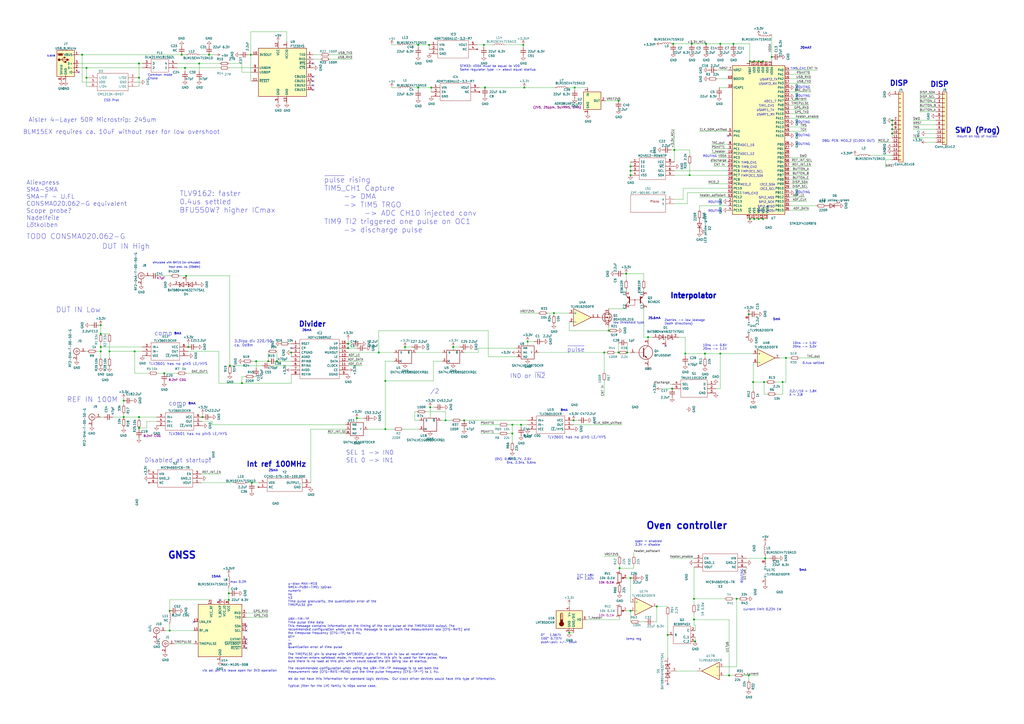
<source format=kicad_sch>
(kicad_sch (version 20211123) (generator eeschema)
  (paper "A2")
  (title_block (title "microcntr") (date "2023-08-04"))
  (junction (at 50.165 45.085))
  (junction (at 391.16 86.995))
  (junction (at 353.06 191.77))
  (junction (at 148.59 209.55))
  (junction (at 434.34 182.245))
  (junction (at 517.525 74.93))
  (junction (at 58.42 203.835))
  (junction (at 401.32 25.4))
  (junction (at 365.76 101.6))
  (junction (at 417.83 25.4))
  (junction (at 105.41 31.75))
  (junction (at 408.94 205.105))
  (junction (at 223.52 248.92))
  (junction (at 422.91 391.795))
  (junction (at 321.31 181.61))
  (junction (at 330.2 367.03))
  (junction (at 78.105 203.835))
  (junction (at 109.22 201.295))
  (junction (at 207.01 242.57))
  (junction (at 98.425 354.33))
  (junction (at 242.57 50.8))
  (junction (at 140.335 222.25))
  (junction (at 58.42 188.595))
  (junction (at 80.645 241.935))
  (junction (at 447.675 33.02))
  (junction (at 517.525 77.47))
  (junction (at 132.715 344.17))
  (junction (at 381 351.79))
  (junction (at 223.52 220.98))
  (junction (at 258.445 243.84))
  (junction (at 517.525 72.39))
  (junction (at 107.95 160.02))
  (junction (at 436.88 221.615))
  (junction (at 409.575 25.4))
  (junction (at 454.025 221.615))
  (junction (at 443.865 323.85))
  (junction (at 71.755 232.41))
  (junction (at 403.225 372.11))
  (junction (at 219.71 204.47))
  (junction (at 133.35 212.09))
  (junction (at 363.855 204.47))
  (junction (at 358.775 58.42))
  (junction (at 387.35 368.3))
  (junction (at 437.515 35.56))
  (junction (at 297.18 251.46))
  (junction (at 281.305 50.8))
  (junction (at 145.415 31.75))
  (junction (at 442.595 35.56))
  (junction (at 168.91 204.47))
  (junction (at 434.975 127))
  (junction (at 358.775 204.47))
  (junction (at 365.76 96.52))
  (junction (at 146.05 280.035))
  (junction (at 58.42 193.675))
  (junction (at 117.475 241.935))
  (junction (at 333.375 50.8))
  (junction (at 440.055 127))
  (junction (at 427.355 347.345))
  (junction (at 434.34 391.795))
  (junction (at 365.76 99.06))
  (junction (at 417.83 205.105))
  (junction (at 63.5 203.835))
  (junction (at 455.93 207.645))
  (junction (at 262.89 201.295))
  (junction (at 201.93 201.93))
  (junction (at 80.645 45.085))
  (junction (at 332.74 243.84))
  (junction (at 58.42 201.295))
  (junction (at 359.41 329.565))
  (junction (at 363.22 158.75))
  (junction (at 517.525 69.85))
  (junction (at 280.67 26.035))
  (junction (at 71.755 241.935))
  (junction (at 442.595 127))
  (junction (at 201.93 199.39))
  (junction (at 365.76 354.33))
  (junction (at 160.655 209.55))
  (junction (at 80.645 36.83))
  (junction (at 121.285 31.75))
  (junction (at 303.53 26.035))
  (junction (at 248.92 26.035))
  (junction (at 234.95 201.295))
  (junction (at 425.45 25.4))
  (junction (at 440.055 35.56))
  (junction (at 350.52 204.47))
  (junction (at 306.07 198.12))
  (junction (at 397.51 205.105))
  (junction (at 443.23 221.615))
  (junction (at 365.76 335.28))
  (junction (at 402.59 359.41))
  (junction (at 402.59 347.345))
  (junction (at 47.625 31.75))
  (junction (at 297.18 246.38))
  (junction (at 304.165 50.8))
  (junction (at 390.525 25.4))
  (junction (at 269.24 243.84))
  (junction (at 434.975 35.56))
  (junction (at 249.555 236.22))
  (junction (at 250.19 50.8))
  (junction (at 400.05 101.6))
  (junction (at 98.425 365.76))
  (junction (at 132.715 347.98))
  (junction (at 107.315 39.37))
  (junction (at 375.92 195.58))
  (junction (at 389.89 225.425))
  (junction (at 302.26 246.38))
  (junction (at 242.57 26.035))
  (junction (at 115.57 36.83))
  (junction (at 437.515 127))
  (junction (at 95.25 216.535))
  (junction (at 155.575 209.55))
  (junction (at 80.645 248.285))
  (junction (at 50.165 39.37))
  (no_connect (at 181.61 36.83))
  (no_connect (at 181.61 52.07))
  (no_connect (at 181.61 49.53))
  (no_connect (at 181.61 46.99))
  (no_connect (at 142.875 375.92))
  (no_connect (at 422.275 78.74))
  (no_connect (at 168.91 201.93))
  (no_connect (at 387.35 396.875))
  (no_connect (at 45.72 41.91))
  (no_connect (at 181.61 44.45))
  (no_connect (at 112.395 360.68))
  (no_connect (at 127.635 347.98))
  (no_connect (at 142.875 365.76))
  (no_connect (at 142.875 373.38))
  (no_connect (at 142.875 363.22))
  (no_connect (at 142.875 370.84))
  (no_connect (at 386.08 200.66))
  (wire (pts (xy 240.665 238.76) (xy 241.935 238.76)))
  (wire (pts (xy 160.655 209.55) (xy 168.91 209.55)))
  (wire (pts (xy 47.625 47.625) (xy 47.625 31.75)))
  (wire (pts (xy 247.015 238.76) (xy 258.445 238.76)))
  (wire (pts (xy 258.445 243.84) (xy 262.255 243.84)))
  (wire (pts (xy 410.845 106.68) (xy 422.275 106.68)))
  (wire (pts (xy 387.35 356.87) (xy 387.35 368.3)))
  (wire (pts (xy 350.52 215.9) (xy 350.52 204.47)))
  (wire (pts (xy 47.625 31.75) (xy 105.41 31.75)))
  (wire (pts (xy 63.5 203.835) (xy 78.105 203.835)))
  (wire (pts (xy 317.5 181.61) (xy 321.31 181.61)))
  (wire (pts (xy 250.19 50.8) (xy 250.19 53.34)))
  (wire (pts (xy 127 222.25) (xy 127 203.835)))
  (wire (pts (xy 373.38 158.75) (xy 363.22 158.75)))
  (wire (pts (xy 353.06 189.23) (xy 353.06 191.77)))
  (wire (pts (xy 51.435 47.625) (xy 47.625 47.625)))
  (wire (pts (xy 294.64 251.46) (xy 297.18 251.46)))
  (wire (pts (xy 457.835 73.66) (xy 467.995 73.66)))
  (wire (pts (xy 140.335 218.44) (xy 140.335 222.25)))
  (wire (pts (xy 408.94 205.105) (xy 408.94 207.645)))
  (wire (pts (xy 201.93 207.01) (xy 208.915 207.01)))
  (wire (pts (xy 58.42 201.295) (xy 58.42 203.835)))
  (wire (pts (xy 457.835 53.34) (xy 470.535 53.34)))
  (wire (pts (xy 358.775 198.755) (xy 358.775 204.47)))
  (wire (pts (xy 160.655 203.835) (xy 160.655 209.55)))
  (wire (pts (xy 365.76 354.33) (xy 365.76 360.68)))
  (wire (pts (xy 400.05 90.17) (xy 400.05 86.995)))
  (wire (pts (xy 449.58 221.615) (xy 454.025 221.615)))
  (wire (pts (xy 469.265 101.6) (xy 457.835 101.6)))
  (wire (pts (xy 402.59 355.6) (xy 402.59 359.41)))
  (wire (pts (xy 117.602 240.03) (xy 117.602 241.935)))
  (wire (pts (xy 529.59 74.93) (xy 542.925 74.93)))
  (wire (pts (xy 58.42 188.595) (xy 57.785 188.595)))
  (wire (pts (xy 396.24 109.22) (xy 396.24 115.57)))
  (wire (pts (xy 299.72 207.01) (xy 283.21 207.01)))
  (wire (pts (xy 440.055 127) (xy 442.595 127)))
  (wire (pts (xy 401.32 25.4) (xy 409.575 25.4)))
  (wire (pts (xy 140.335 41.91) (xy 146.05 41.91)))
  (wire (pts (xy 402.59 347.345) (xy 402.59 350.52)))
  (wire (pts (xy 414.02 96.52) (xy 422.275 96.52)))
  (wire (pts (xy 517.525 74.93) (xy 517.525 77.47)))
  (wire (pts (xy 365.76 96.52) (xy 365.76 99.06)))
  (wire (pts (xy 391.16 99.06) (xy 422.275 99.06)))
  (wire (pts (xy 85.09 248.285) (xy 80.645 248.285)))
  (wire (pts (xy 303.53 26.035) (xy 303.53 27.305)))
  (wire (pts (xy 381 351.79) (xy 387.35 351.79)))
  (wire (pts (xy 85.09 244.475) (xy 85.09 248.285)))
  (wire (pts (xy 330.2 350.52) (xy 330.2 351.79)))
  (wire (pts (xy 219.71 191.77) (xy 219.71 204.47)))
  (wire (pts (xy 437.515 35.56) (xy 440.055 35.56)))
  (wire (pts (xy 80.645 241.935) (xy 80.645 243.205)))
  (wire (pts (xy 469.9 43.18) (xy 457.835 43.18)))
  (wire (pts (xy 238.76 50.8) (xy 242.57 50.8)))
  (wire (pts (xy 457.835 40.64) (xy 474.345 40.64)))
  (wire (pts (xy 330.2 191.77) (xy 330.2 186.69)))
  (wire (pts (xy 80.645 248.285) (xy 80.645 249.047)))
  (wire (pts (xy 517.525 77.47) (xy 517.525 80.01)))
  (wire (pts (xy 383.54 25.4) (xy 382.905 25.4)))
  (wire (pts (xy 434.975 35.56) (xy 434.975 25.4)))
  (wire (pts (xy 79.375 45.085) (xy 80.645 45.085)))
  (wire (pts (xy 388.62 323.85) (xy 402.59 323.85)))
  (wire (pts (xy 266.7 201.295) (xy 262.89 201.295)))
  (wire (pts (xy 109.347 201.295) (xy 109.22 201.295)))
  (wire (pts (xy 440.055 35.56) (xy 442.595 35.56)))
  (wire (pts (xy 537.21 77.47) (xy 542.925 77.47)))
  (wire (pts (xy 330.2 191.77) (xy 353.06 191.77)))
  (wire (pts (xy 351.155 58.42) (xy 358.775 58.42)))
  (wire (pts (xy 115.57 31.75) (xy 121.285 31.75)))
  (wire (pts (xy 350.52 322.58) (xy 359.41 322.58)))
  (wire (pts (xy 280.67 26.035) (xy 280.67 27.305)))
  (wire (pts (xy 146.05 209.55) (xy 148.59 209.55)))
  (wire (pts (xy 332.74 243.84) (xy 335.28 243.84)))
  (wire (pts (xy 365.76 335.28) (xy 365.76 349.25)))
  (wire (pts (xy 363.22 335.28) (xy 365.76 335.28)))
  (wire (pts (xy 115.57 36.83) (xy 127.635 36.83)))
  (wire (pts (xy 457.835 58.42) (xy 467.995 58.42)))
  (wire (pts (xy 128.27 274.955) (xy 116.84 274.955)))
  (wire (pts (xy 80.645 50.165) (xy 80.645 45.085)))
  (wire (pts (xy 367.665 320.675) (xy 367.665 322.58)))
  (wire (pts (xy 442.595 35.56) (xy 445.135 35.56)))
  (wire (pts (xy 517.525 72.39) (xy 517.525 74.93)))
  (wire (pts (xy 121.285 31.75) (xy 125.095 31.75)))
  (wire (pts (xy 132.715 36.83) (xy 140.335 36.83)))
  (wire (pts (xy 474.98 68.58) (xy 457.835 68.58)))
  (wire (pts (xy 304.165 50.8) (xy 321.945 50.8)))
  (wire (pts (xy 248.92 26.035) (xy 248.92 28.575)))
  (wire (pts (xy 363.22 158.75) (xy 363.22 162.56)))
  (wire (pts (xy 457.835 66.04) (xy 469.265 66.04)))
  (wire (pts (xy 422.91 359.41) (xy 402.59 359.41)))
  (wire (pts (xy 468.63 109.22) (xy 457.835 109.22)))
  (wire (pts (xy 98.425 347.98) (xy 98.425 354.33)))
  (wire (pts (xy 529.59 72.39) (xy 542.925 72.39)))
  (wire (pts (xy 422.91 359.41) (xy 422.91 391.795)))
  (wire (pts (xy 71.755 231.14) (xy 71.755 232.41)))
  (wire (pts (xy 201.93 196.85) (xy 201.93 199.39)))
  (wire (pts (xy 238.76 26.035) (xy 242.57 26.035)))
  (wire (pts (xy 415.29 225.425) (xy 417.83 225.425)))
  (wire (pts (xy 436.88 210.185) (xy 436.88 221.615)))
  (wire (pts (xy 127 222.25) (xy 140.335 222.25)))
  (wire (pts (xy 50.165 39.37) (xy 50.165 45.085)))
  (wire (pts (xy 403.225 362.585) (xy 403.225 365.76)))
  (wire (pts (xy 391.16 101.6) (xy 400.05 101.6)))
  (wire (pts (xy 278.765 246.38) (xy 289.56 246.38)))
  (wire (pts (xy 294.64 246.38) (xy 297.18 246.38)))
  (wire (pts (xy 379.095 360.68) (xy 381 360.68)))
  (wire (pts (xy 533.4 59.69) (xy 542.925 59.69)))
  (wire (pts (xy 356.87 204.47) (xy 358.775 204.47)))
  (wire (pts (xy 180.34 248.92) (xy 200.66 248.92)))
  (wire (pts (xy 412.115 93.98) (xy 422.275 93.98)))
  (wire (pts (xy 321.31 181.61) (xy 330.2 181.61)))
  (wire (pts (xy 213.36 248.92) (xy 223.52 248.92)))
  (wire (pts (xy 417.83 225.425) (xy 417.83 205.105)))
  (wire (pts (xy 148.59 209.55) (xy 148.59 213.36)))
  (wire (pts (xy 454.025 221.615) (xy 455.93 221.615)))
  (wire (pts (xy 80.645 36.83) (xy 82.55 36.83)))
  (wire (pts (xy 65.405 241.935) (xy 71.755 241.935)))
  (wire (pts (xy 132.715 344.17) (xy 132.715 347.98)))
  (wire (pts (xy 373.38 195.58) (xy 375.92 195.58)))
  (wire (pts (xy 105.41 31.75) (xy 107.95 31.75)))
  (wire (pts (xy 469.265 99.06) (xy 457.835 99.06)))
  (wire (pts (xy 207.01 242.57) (xy 207.01 245.11)))
  (wire (pts (xy 306.07 198.12) (xy 306.07 200.66)))
  (wire (pts (xy 71.755 247.65) (xy 71.755 248.285)))
  (wire (pts (xy 98.425 365.76) (xy 112.395 365.76)))
  (wire (pts (xy 78.105 216.535) (xy 78.105 203.835)))
  (wire (pts (xy 168.91 217.17) (xy 168.91 222.25)))
  (wire (pts (xy 495.935 90.17) (xy 497.205 90.17)))
  (wire (pts (xy 145.415 46.99) (xy 145.415 31.75)))
  (wire (pts (xy 227.33 26.035) (xy 231.14 26.035)))
  (wire (pts (xy 132.715 39.37) (xy 146.05 39.37)))
  (wire (pts (xy 181.61 31.75) (xy 186.055 31.75)))
  (wire (pts (xy 81.28 47.625) (xy 79.375 47.625)))
  (wire (pts (xy 457.835 96.52) (xy 470.535 96.52)))
  (wire (pts (xy 455.93 207.645) (xy 455.93 221.615)))
  (wire (pts (xy 529.59 80.01) (xy 542.925 80.01)))
  (wire (pts (xy 201.93 199.39) (xy 201.93 201.93)))
  (wire (pts (xy 256.54 209.55) (xy 251.46 209.55)))
  (wire (pts (xy 251.46 220.98) (xy 223.52 220.98)))
  (wire (pts (xy 402.59 359.41) (xy 402.59 362.585)))
  (wire (pts (xy 201.93 199.39) (xy 204.47 199.39)))
  (wire (pts (xy 302.26 246.38) (xy 302.26 247.65)))
  (wire (pts (xy 145.415 31.75) (xy 144.145 31.75)))
  (wire (pts (xy 509.27 82.55) (xy 517.525 82.55)))
  (wire (pts (xy 403.225 369.57) (xy 403.225 372.11)))
  (wire (pts (xy 513.715 92.71) (xy 517.525 92.71)))
  (wire (pts (xy 297.18 251.46) (xy 297.18 246.38)))
  (wire (pts (xy 533.4 57.15) (xy 542.925 57.15)))
  (wire (pts (xy 422.91 391.795) (xy 426.085 391.795)))
  (wire (pts (xy 359.41 329.565) (xy 359.41 331.47)))
  (wire (pts (xy 58.42 203.835) (xy 58.42 207.645)))
  (wire (pts (xy 434.975 127) (xy 437.515 127)))
  (wire (pts (xy 223.52 220.98) (xy 223.52 209.55)))
  (wire (pts (xy 142.24 218.44) (xy 140.335 218.44)))
  (wire (pts (xy 104.14 160.02) (xy 107.95 160.02)))
  (wire (pts (xy 189.992 251.46) (xy 200.66 251.46)))
  (wire (pts (xy 297.18 246.38) (xy 302.26 246.38)))
  (wire (pts (xy 302.26 246.38) (xy 306.07 246.38)))
  (wire (pts (xy 412.75 83.82) (xy 422.275 83.82)))
  (wire (pts (xy 58.42 201.295) (xy 82.55 201.295)))
  (wire (pts (xy 405.765 114.3) (xy 422.275 114.3)))
  (wire (pts (xy 50.165 39.37) (xy 82.55 39.37)))
  (wire (pts (xy 415.925 45.72) (xy 422.275 45.72)))
  (wire (pts (xy 90.805 244.475) (xy 85.09 244.475)))
  (wire (pts (xy 367.665 329.565) (xy 359.41 329.565)))
  (wire (pts (xy 397.51 195.58) (xy 397.51 205.105)))
  (wire (pts (xy 425.45 347.345) (xy 427.355 347.345)))
  (wire (pts (xy 396.24 115.57) (xy 391.16 115.57)))
  (wire (pts (xy 142.875 355.6) (xy 155.575 355.6)))
  (wire (pts (xy 146.05 46.99) (xy 145.415 46.99)))
  (wire (pts (xy 58.42 198.755) (xy 58.42 201.295)))
  (wire (pts (xy 45.72 31.75) (xy 47.625 31.75)))
  (wire (pts (xy 91.44 216.535) (xy 95.25 216.535)))
  (wire (pts (xy 443.23 221.615) (xy 444.5 221.615)))
  (wire (pts (xy 80.645 241.935) (xy 90.805 241.935)))
  (wire (pts (xy 416.56 91.44) (xy 422.275 91.44)))
  (wire (pts (xy 50.165 50.165) (xy 50.165 45.085)))
  (wire (pts (xy 419.735 386.715) (xy 427.355 386.715)))
  (wire (pts (xy 365.76 93.98) (xy 365.76 96.52)))
  (wire (pts (xy 469.265 104.14) (xy 457.835 104.14)))
  (wire (pts (xy 155.575 203.835) (xy 155.575 209.55)))
  (wire (pts (xy 283.21 207.01) (xy 283.21 191.77)))
  (wire (pts (xy 132.715 340.995) (xy 132.715 344.17)))
  (wire (pts (xy 201.93 204.47) (xy 219.71 204.47)))
  (wire (pts (xy 457.835 76.2) (xy 467.995 76.2)))
  (wire (pts (xy 71.755 240.03) (xy 71.755 241.935)))
  (wire (pts (xy 262.89 201.295) (xy 262.89 203.2)))
  (wire (pts (xy 537.21 82.55) (xy 542.925 82.55)))
  (wire (pts (xy 207.01 242.57) (xy 210.82 242.57)))
  (wire (pts (xy 201.93 201.93) (xy 207.01 201.93)))
  (wire (pts (xy 381 360.68) (xy 381 351.79)))
  (wire (pts (xy 533.4 62.23) (xy 542.925 62.23)))
  (wire (pts (xy 443.865 323.85) (xy 446.405 323.85)))
  (wire (pts (xy 389.255 86.995) (xy 391.16 86.995)))
  (wire (pts (xy 442.595 127) (xy 445.135 127)))
  (wire (pts (xy 463.55 207.645) (xy 475.615 207.645)))
  (wire (pts (xy 469.265 60.96) (xy 457.835 60.96)))
  (wire (pts (xy 145.415 31.75) (xy 146.05 31.75)))
  (wire (pts (xy 86.36 216.535) (xy 78.105 216.535)))
  (wire (pts (xy 375.92 195.58) (xy 375.92 196.85)))
  (wire (pts (xy 228.6 248.92) (xy 223.52 248.92)))
  (wire (pts (xy 408.94 205.105) (xy 417.83 205.105)))
  (wire (pts (xy 402.59 328.93) (xy 402.59 347.345)))
  (wire (pts (xy 397.51 205.105) (xy 397.51 206.375)))
  (wire (pts (xy 443.865 322.58) (xy 443.865 323.85)))
  (wire (pts (xy 412.75 88.9) (xy 422.275 88.9)))
  (wire (pts (xy 363.22 354.33) (xy 365.76 354.33)))
  (wire (pts (xy 363.855 198.755) (xy 363.855 204.47)))
  (wire (pts (xy 405.765 119.38) (xy 422.275 119.38)))
  (wire (pts (xy 45.72 39.37) (xy 50.165 39.37)))
  (wire (pts (xy 447.675 33.02) (xy 447.675 35.56)))
  (wire (pts (xy 434.975 35.56) (xy 437.515 35.56)))
  (wire (pts (xy 127 203.835) (xy 109.22 203.835)))
  (wire (pts (xy 417.195 50.8) (xy 422.275 50.8)))
  (wire (pts (xy 358.775 58.42) (xy 360.045 58.42)))
  (wire (pts (xy 240.665 238.76) (xy 240.665 243.84)))
  (wire (pts (xy 278.13 50.8) (xy 281.305 50.8)))
  (wire (pts (xy 191.135 34.29) (xy 204.47 34.29)))
  (wire (pts (xy 201.93 209.55) (xy 210.82 209.55)))
  (wire (pts (xy 130.175 347.98) (xy 132.715 347.98)))
  (wire (pts (xy 457.835 63.5) (xy 469.265 63.5)))
  (wire (pts (xy 457.835 48.26) (xy 470.535 48.26)))
  (wire (pts (xy 427.355 347.345) (xy 427.355 386.715)))
  (wire (pts (xy 278.765 251.46) (xy 289.56 251.46)))
  (wire (pts (xy 373.38 162.56) (xy 373.38 158.75)))
  (wire (pts (xy 258.445 238.76) (xy 258.445 243.84)))
  (wire (pts (xy 422.275 109.22) (xy 396.24 109.22)))
  (wire (pts (xy 417.83 205.105) (xy 436.88 205.105)))
  (wire (pts (xy 140.335 36.83) (xy 140.335 41.91)))
  (wire (pts (xy 156.845 212.09) (xy 168.91 212.09)))
  (wire (pts (xy 122.555 347.98) (xy 98.425 347.98)))
  (wire (pts (xy 140.335 222.25) (xy 168.91 222.25)))
  (wire (pts (xy 299.72 201.93) (xy 277.495 201.93)))
  (wire (pts (xy 434.34 391.795) (xy 440.055 391.795)))
  (wire (pts (xy 167.64 199.39) (xy 168.91 199.39)))
  (wire (pts (xy 281.305 50.8) (xy 304.165 50.8)))
  (wire (pts (xy 365.76 99.06) (xy 365.76 101.6)))
  (wire (pts (xy 102.87 39.37) (xy 107.315 39.37)))
  (wire (pts (xy 504.825 90.17) (xy 517.525 90.17)))
  (wire (pts (xy 450.215 228.6) (xy 454.025 228.6)))
  (wire (pts (xy 434.975 25.4) (xy 425.45 25.4)))
  (wire (pts (xy 390.525 25.4) (xy 401.32 25.4)))
  (wire (pts (xy 234.95 201.295) (xy 234.95 203.2)))
  (wire (pts (xy 49.53 203.835) (xy 50.8 203.835)))
  (wire (pts (xy 79.375 50.165) (xy 80.645 50.165)))
  (wire (pts (xy 107.95 216.535) (xy 120.65 216.535)))
  (wire (pts (xy 391.16 118.11) (xy 398.78 118.11)))
  (wire (pts (xy 63.5 203.835) (xy 63.5 207.645)))
  (wire (pts (xy 392.43 389.255) (xy 404.495 389.255)))
  (wire (pts (xy 145.415 18.415) (xy 145.415 31.75)))
  (wire (pts (xy 234.95 201.295) (xy 238.76 201.295)))
  (wire (pts (xy 388.62 222.885) (xy 389.89 222.885)))
  (wire (pts (xy 447.675 20.32) (xy 447.675 33.02)))
  (wire (pts (xy 148.59 209.55) (xy 155.575 209.55)))
  (wire (pts (xy 415.925 40.64) (xy 422.275 40.64)))
  (wire (pts (xy 227.33 50.8) (xy 231.14 50.8)))
  (wire (pts (xy 329.565 50.8) (xy 333.375 50.8)))
  (wire (pts (xy 363.855 204.47) (xy 365.76 204.47)))
  (wire (pts (xy 63.5 212.725) (xy 63.5 212.979)))
  (wire (pts (xy 445.135 228.6) (xy 443.23 228.6)))
  (wire (pts (xy 95.25 216.535) (xy 102.87 216.535)))
  (wire (pts (xy 133.35 212.09) (xy 151.765 212.09)))
  (wire (pts (xy 51.435 50.165) (xy 50.165 50.165)))
  (wire (pts (xy 405.765 121.92) (xy 405.765 119.38)))
  (wire (pts (xy 71.755 241.935) (xy 71.755 242.57)))
  (wire (pts (xy 533.4 54.61) (xy 542.925 54.61)))
  (wire (pts (xy 398.78 118.11) (xy 398.78 111.76)))
  (wire (pts (xy 95.885 365.76) (xy 98.425 365.76)))
  (wire (pts (xy 58.42 193.675) (xy 63.5 193.675)))
  (wire (pts (xy 457.835 121.92) (xy 469.265 121.92)))
  (wire (pts (xy 373.38 167.64) (xy 373.38 168.91)))
  (wire (pts (xy 102.87 36.83) (xy 115.57 36.83)))
  (wire (pts (xy 437.515 127) (xy 440.055 127)))
  (wire (pts (xy 219.71 204.47) (xy 228.6 204.47)))
  (wire (pts (xy 321.31 181.61) (xy 321.31 182.88)))
  (wire (pts (xy 333.375 50.8) (xy 333.375 52.07)))
  (wire (pts (xy 359.41 327.66) (xy 359.41 329.565)))
  (wire (pts (xy 133.35 212.09) (xy 133.35 160.02)))
  (wire (pts (xy 398.78 111.76) (xy 422.275 111.76)))
  (wire (pts (xy 419.735 391.795) (xy 422.91 391.795)))
  (wire (pts (xy 58.42 241.935) (xy 60.325 241.935)))
  (wire (pts (xy 143.51 280.035) (xy 146.05 280.035)))
  (wire (pts (xy 267.335 243.84) (xy 269.24 243.84)))
  (wire (pts (xy 100.965 373.38) (xy 112.395 373.38)))
  (wire (pts (xy 436.88 221.615) (xy 443.23 221.615)))
  (wire (pts (xy 517.525 69.85) (xy 517.525 72.39)))
  (wire (pts (xy 306.07 198.12) (xy 309.88 198.12)))
  (wire (pts (xy 387.35 368.3) (xy 387.35 381.635)))
  (wire (pts (xy 80.645 36.83) (xy 80.645 45.085)))
  (wire (pts (xy 333.375 50.8) (xy 340.995 50.8)))
  (wire (pts (xy 293.37 26.035) (xy 303.53 26.035)))
  (wire (pts (xy 367.03 354.33) (xy 365.76 354.33)))
  (wire (pts (xy 370.84 360.68) (xy 374.015 360.68)))
  (wire (pts (xy 301.625 181.61) (xy 312.42 181.61)))
  (wire (pts (xy 436.88 221.615) (xy 436.88 226.695)))
  (wire (pts (xy 533.4 64.77) (xy 542.925 64.77)))
  (wire (pts (xy 166.37 24.13) (xy 166.37 18.415)))
  (wire (pts (xy 457.835 114.3) (xy 466.725 114.3)))
  (wire (pts (xy 400.05 95.25) (xy 400.05 101.6)))
  (wire (pts (xy 471.17 93.98) (xy 457.835 93.98)))
  (wire (pts (xy 200.66 246.38) (xy 123.19 246.38)))
  (wire (pts (xy 78.105 203.835) (xy 82.55 203.835)))
  (wire (pts (xy 117.602 241.935) (xy 117.475 241.935)))
  (wire (pts (xy 255.905 243.84) (xy 258.445 243.84)))
  (wire (pts (xy 223.52 220.98) (xy 223.52 248.92)))
  (wire (pts (xy 363.22 179.07) (xy 353.06 179.07)))
  (wire (pts (xy 391.16 74.93) (xy 391.16 86.995)))
  (wire (pts (xy 115.57 36.83) (xy 115.57 41.275)))
  (wire (pts (xy 409.575 25.4) (xy 417.83 25.4)))
  (wire (pts (xy 367.665 327.66) (xy 367.665 329.565)))
  (wire (pts (xy 98.425 361.95) (xy 98.425 365.76)))
  (wire (pts (xy 50.165 45.085) (xy 51.435 45.085)))
  (wire (pts (xy 269.24 243.84) (xy 306.07 243.84)))
  (wire (pts (xy 168.91 204.47) (xy 168.91 207.01)))
  (wire (pts (xy 433.07 323.85) (xy 443.865 323.85)))
  (wire (pts (xy 297.18 251.46) (xy 297.18 256.54)))
  (wire (pts (xy 400.05 101.6) (xy 422.275 101.6)))
  (wire (pts (xy 405.765 76.2) (xy 422.275 76.2)))
  (wire (pts (xy 241.3 204.47) (xy 256.54 204.47)))
  (wire (pts (xy 433.07 328.93) (xy 433.07 330.2)))
  (wire (pts (xy 280.67 26.035) (xy 285.75 26.035)))
  (wire (pts (xy 71.755 241.935) (xy 80.645 241.935)))
  (wire (pts (xy 58.42 188.595) (xy 58.42 193.675)))
  (wire (pts (xy 457.835 119.38) (xy 473.71 119.38)))
  (wire (pts (xy 142.875 358.14) (xy 155.575 358.14)))
  (wire (pts (xy 402.59 362.585) (xy 403.225 362.585)))
  (wire (pts (xy 55.88 203.835) (xy 58.42 203.835)))
  (wire (pts (xy 116.84 280.035) (xy 135.89 280.035)))
  (wire (pts (xy 340.36 359.41) (xy 359.41 359.41)))
  (wire (pts (xy 71.755 232.41) (xy 71.755 234.95)))
  (wire (pts (xy 350.52 204.47) (xy 351.79 204.47)))
  (wire (pts (xy 63.5 198.755) (xy 63.5 203.835)))
  (wire (pts (xy 457.835 116.84) (xy 467.995 116.84)))
  (wire (pts (xy 443.23 221.615) (xy 443.23 228.6)))
  (wire (pts (xy 361.95 158.75) (xy 363.22 158.75)))
  (wire (pts (xy 277.495 201.93) (xy 277.495 204.47)))
  (wire (pts (xy 166.37 18.415) (xy 145.415 18.415)))
  (wire (pts (xy 455.93 207.645) (xy 458.47 207.645)))
  (wire (pts (xy 146.05 280.035) (xy 149.86 280.035)))
  (wire (pts (xy 242.57 50.8) (xy 242.57 52.07)))
  (wire (pts (xy 109.347 199.39) (xy 109.347 201.295)))
  (wire (pts (xy 223.52 209.55) (xy 228.6 209.55)))
  (wire (pts (xy 332.74 246.38) (xy 360.68 246.38)))
  (wire (pts (xy 181.61 34.29) (xy 186.055 34.29)))
  (wire (pts (xy 454.025 221.615) (xy 454.025 228.6)))
  (wire (pts (xy 383.54 225.425) (xy 389.89 225.425)))
  (wire (pts (xy 242.57 26.035) (xy 242.57 27.305)))
  (wire (pts (xy 312.42 204.47) (xy 350.52 204.47)))
  (wire (pts (xy 45.72 36.83) (xy 80.645 36.83)))
  (wire (pts (xy 180.34 280.035) (xy 180.34 248.92)))
  (wire (pts (xy 427.355 347.345) (xy 428.625 347.345)))
  (wire (pts (xy 123.19 244.475) (xy 117.475 244.475)))
  (wire (pts (xy 243.205 243.84) (xy 240.665 243.84)))
  (wire (pts (xy 277.495 204.47) (xy 269.24 204.47)))
  (wire (pts (xy 107.315 39.37) (xy 107.315 41.275)))
  (wire (pts (xy 233.68 248.92) (xy 243.205 248.92)))
  (wire (pts (xy 123.19 246.38) (xy 123.19 244.475)))
  (wire (pts (xy 452.12 207.645) (xy 455.93 207.645)))
  (wire (pts (xy 330.2 367.03) (xy 332.74 367.03)))
  (wire (pts (xy 412.75 86.36) (xy 422.275 86.36)))
  (wire (pts (xy 468.63 106.68) (xy 457.835 106.68)))
  (wire (pts (xy 373.38 179.07) (xy 373.38 195.58)))
  (wire (pts (xy 359.41 359.41) (xy 359.41 358.14)))
  (wire (pts (xy 457.835 45.72) (xy 470.535 45.72)))
  (wire (pts (xy 375.92 195.58) (xy 378.46 195.58)))
  (wire (pts (xy 457.835 91.44) (xy 467.995 91.44)))
  (wire (pts (xy 417.83 25.4) (xy 425.45 25.4)))
  (wire (pts (xy 397.51 205.105) (xy 408.94 205.105)))
  (wire (pts (xy 276.86 26.035) (xy 280.67 26.035)))
  (wire (pts (xy 249.555 236.22) (xy 249.555 242.57)))
  (wire (pts (xy 350.52 220.98) (xy 350.52 229.87)))
  (wire (pts (xy 400.05 86.995) (xy 391.16 86.995)))
  (wire (pts (xy 529.59 69.85) (xy 542.925 69.85)))
  (wire (pts (xy 513.715 97.155) (xy 513.715 92.71)))
  (wire (pts (xy 387.985 368.3) (xy 387.35 368.3)))
  (wire (pts (xy 242.57 50.8) (xy 250.19 50.8)))
  (wire (pts (xy 147.32 218.44) (xy 148.59 218.44)))
  (wire (pts (xy 434.34 391.795) (xy 434.34 394.97)))
  (wire (pts (xy 107.95 160.02) (xy 133.35 160.02)))
  (wire (pts (xy 431.165 391.795) (xy 434.34 391.795)))
  (wire (pts (xy 393.7 195.58) (xy 397.51 195.58)))
  (wire (pts (xy 363.22 167.64) (xy 363.22 168.91)))
  (wire (pts (xy 249.555 236.22) (xy 252.095 236.22)))
  (wire (pts (xy 191.135 31.75) (xy 204.47 31.75)))
  (wire (pts (xy 391.16 86.995) (xy 391.16 93.98)))
  (wire (pts (xy 92.075 160.02) (xy 99.06 160.02)))
  (wire (pts (xy 107.315 39.37) (xy 127.635 39.37)))
  (wire (pts (xy 402.59 347.345) (xy 420.37 347.345)))
  (wire (pts (xy 52.705 188.595) (xy 52.07 188.595)))
  (wire (pts (xy 242.57 26.035) (xy 248.92 26.035)))
  (wire (pts (xy 201.93 212.09) (xy 210.185 212.09)))
  (wire (pts (xy 251.46 209.55) (xy 251.46 220.98)))
  (wire (pts (xy 283.21 191.77) (xy 219.71 191.77)))
  (text "ADC1_10" (at 429.26 85.09 0) (effects (font (size 1.27 1.27)) (justify left bottom)))
  (text "comp" (at 89.535 194.945 0) (effects (font (size 2.54 2.54)) (justify left bottom)))
  (text "ADC1_7" (at 443.23 59.69 0) (effects (font (size 1.27 1.27)) (justify left bottom)))
  (text "open = enabled\n3.3V = disable" (at 368.3 316.865 0) (effects (font (size 1.27 1.27)) (justify left bottom)))
  (text "ESD Prot" (at 60.325 59.055 0) (effects (font (size 1.27 1.27)) (justify left bottom)))
  (text "TLV3601 has no pin5 LE/HYS\n" (at 97.79 252.73 0) (effects (font (size 1.5 1.5)) (justify left bottom)))
  (text "temp reg\n" (at 363.22 371.475 0) (effects (font (size 1.27 1.27)) (justify left bottom)))
  (text "3.3Vpp div 220/50\nca. 0dBm" (at 135.89 201.295 0) (effects (font (size 1.5 1.5)) (justify left bottom)))
  (text "Oven controller" (at 374.65 307.34 0) (effects (font (size 4 4) (thickness 0.8) bold) (justify left bottom)))
  (text "0°   1.567V\n100° 0.737V\npush-pull +/- 50uA\n" (at 313.69 373.38 0) (effects (font (size 1.27 1.27)) (justify left bottom)))
  (text "SEL 0 -> IN1" (at 200.66 268.605 0) (effects (font (size 2.54 2.54)) (justify left bottom)))
  (text "(0V), 0.8V, 1.7V, 2.5V\n       0ns, 2.3ns, 5.6ns" (at 287.02 269.24 0) (effects (font (size 1.27 1.27)) (justify left bottom)))
  (text "D_SCK!!\n" (at 27.305 33.02 0) (effects (font (size 0.8 0.8) (thickness 0.16) bold) (justify left bottom)))
  (text "input prot. ca. (20dBm)" (at 116.205 155.575 180) (effects (font (size 1 1)) (justify right bottom)))
  (text "SPI2_NSS" (at 440.055 115.57 0) (effects (font (size 1.27 1.27)) (justify left bottom)))
  (text "DUT IN Low" (at 32.385 181.61 0) (effects (font (size 3 3)) (justify left bottom)))
  (text "FMPI2C1_SDA" (at 429.895 102.87 0) (effects (font (size 1.27 1.27)) (justify left bottom)))
  (text "IN0 or ~{IN2}" (at 295.91 219.71 0) (effects (font (size 2.54 2.54)) (justify left bottom)))
  (text "TIM5_CH3" (at 430.53 113.03 0) (effects (font (size 1.27 1.27)) (justify left bottom)))
  (text "SWD (Prog)" (at 580.39 77.47 180) (effects (font (size 3 3) (thickness 0.6) bold) (justify right bottom)))
  (text "Disabled at startup!" (at 83.82 268.605 0) (effects (font (size 2.54 2.54)) (justify left bottom)))
  (text "SPI2_MISO" (at 439.42 120.65 0) (effects (font (size 1.27 1.27)) (justify left bottom)))
  (text "SPI2_MOSI" (at 439.42 123.19 0) (effects (font (size 1.27 1.27)) (justify left bottom)))
  (text "DISP" (at 527.05 50.165 180) (effects (font (size 3 3) (thickness 0.6) bold) (justify right bottom)))
  (text "DBG: PC9, MCO_2 (CLOCK OUT)" (at 476.885 82.55 0) (effects (font (size 1.27 1.27)) (justify left bottom)))
  (text "MCO_2" (at 429.26 107.95 0) (effects (font (size 1.27 1.27)) (justify left bottom)))
  (text "ROUTING" (at 407.67 91.44 0) (effects (font (size 1.27 1.27)) (justify left bottom)))
  (text "/2" (at 249.555 228.6 0) (effects (font (size 2.54 2.54)) (justify left bottom)))
  (text "ROUTING" (at 461.645 79.375 0) (effects (font (size 1.27 1.27)) (justify left bottom)))
  (text "Interpolator" (at 388.62 173.355 0) (effects (font (size 3 3) (thickness 0.8) bold) (justify left bottom)))
  (text "ROUTING" (at 461.645 112.395 0) (effects (font (size 1.27 1.27)) (justify left bottom)))
  (text "USART2_TX\n" (at 440.69 46.99 0) (effects (font (size 1.27 1.27)) (justify left bottom)))
  (text "TIM5_CH1" (at 458.47 40.64 0) (effects (font (size 1.27 1.27)) (justify left bottom)))
  (text "I2C2_SDA" (at 440.69 107.95 0) (effects (font (size 1.27 1.27)) (justify left bottom)))
  (text "2.2//10 = 1.8K\nA = 2.8" (at 457.835 229.87 0) (effects (font (size 1.27 1.27)) (justify left bottom)))
  (text "TIM1_CH1" (at 440.055 62.23 0) (effects (font (size 1.27 1.27)) (justify left bottom)))
  (text "Aisler 4-Layer 50R Microstrip: 245um" (at 16.51 71.12 0) (effects (font (size 2.54 2.54)) (justify left bottom)))
  (text "USART2_RX\n" (at 440.055 49.53 0) (effects (font (size 1.27 1.27)) (justify left bottom)))
  (text "8mA" (at 100.965 194.31 0) (effects (font (size 1.27 1.27) (thickness 0.254) bold) (justify left bottom)))
  (text "I2C2_SCL" (at 440.69 110.49 0) (effects (font (size 1.27 1.27)) (justify left bottom)))
  (text "25mA" (at 161.29 273.685 180) (effects (font (size 1.27 1.27) (thickness 0.254) bold) (justify right bottom)))
  (text "Divider" (at 189.23 189.865 180) (effects (font (size 3 3) (thickness 0.6) bold) (justify right bottom)))
  (text "USART1_RX" (at 438.785 67.31 0) (effects (font (size 1.27 1.27)) (justify left bottom)))
  (text "ROUTING" (at 419.1 118.11 180) (effects (font (size 1.27 1.27)) (justify right bottom)))
  (text "15mA" (at 122.555 335.28 0) (effects (font (size 1.27 1.27) (thickness 0.254) bold) (justify left bottom)))
  (text "10ns -> 1.5V\n20ns -> 3.0V" (at 459.74 201.93 0) (effects (font (size 1.27 1.27)) (justify left bottom)))
  (text "SEL 1 -> IN0\n" (at 200.66 264.16 0) (effects (font (size 2.54 2.54)) (justify left bottom)))
  (text "10ns -> 0.6V\n20ns -> 1.1V" (at 407.67 203.2 0) (effects (font (size 1.27 1.27)) (justify left bottom)))
  (text "TLV3601 has no pin5 LE/HYS\n" (at 86.36 212.09 0) (effects (font (size 1.5 1.5)) (justify left bottom)))
  (text "TIM9_CH1" (at 429.895 95.25 0) (effects (font (size 1.27 1.27)) (justify left bottom)))
  (text "FMPI2C1_SCL" (at 429.895 100.33 0) (effects (font (size 1.27 1.27)) (justify left bottom)))
  (text "vio sel pin 15 leave open for 3V3 operation" (at 160.655 389.89 180) (effects (font (size 1.27 1.27)) (justify right bottom)))
  (text "SPI2_SCK" (at 440.055 118.11 0) (effects (font (size 1.27 1.27)) (justify left bottom)))
  (text "ROUTING" (at 419.1 123.19 180) (effects (font (size 1.27 1.27)) (justify right bottom)))
  (text "20mA?" (at 464.185 28.575 0) (effects (font (size 1.27 1.27) (thickness 0.254) bold) (justify left bottom)))
  (text "11° 1.48V" (at 334.645 334.645 0) (effects (font (size 1.27 1.27)) (justify left bottom)))
  (text "ROUTING" (at 461.645 84.455 0) (effects (font (size 1.27 1.27)) (justify left bottom)))
  (text "Common mode\nChoke" (at 85.725 46.355 0) (effects (font (size 1.27 1.27)) (justify left bottom)))
  (text "ROUTING" (at 431.165 338.455 90) (effects (font (size 1.27 1.27)) (justify left bottom)))
  (text "u-blox MAX-M10\nNMEA-PUBX-TIME: tpGran\nnumeric\nns\n43\nTime pulse granularity, the quantization error of the\nTIMEPULSE pin" (at 167.005 351.79 0) (effects (font (size 1.27 1.27)) (justify left bottom)))
  (text "USART1_TX" (at 438.785 64.77 0) (effects (font (size 1.27 1.27)) (justify left bottom)))
  (text "Int ref 100MHz" (at 142.875 271.145 0) (effects (font (size 3 3) (thickness 0.6) bold) (justify left bottom)))
  (text "mount on top of nucleo" (at 554.99 80.01 0) (effects (font (size 1.27 1.27)) (justify left bottom)))
  (text "26mA" (at 175.26 192.405 0) (effects (font (size 1.27 1.27) (thickness 0.254) bold) (justify left bottom)))
  (text "~{pulse} rising\nTIM5_CH1 Capture \n	-> DMA\n  	-> TIM5 TRGO\n		-> ADC CH10 injected conv\nTIM9 TI2 triggered one pulse on OC1\n	-> discharge pulse" (at 187.96 135.255 0) (effects (font (size 3 3)) (justify left bottom)))
  (text "67° 1.02V" (at 334.645 336.55 0) (effects (font (size 1.27 1.27)) (justify left bottom)))
  (text "TLV3601 has no pin5 LE/HYS\n" (at 317.5 254.635 0) (effects (font (size 1.5 1.5)) (justify left bottom)))
  (text "8mA" (at 325.12 238.76 0) (effects (font (size 1.27 1.27) (thickness 0.254) bold) (justify left bottom)))
  (text "ADC1_12" (at 429.26 90.17 0) (effects (font (size 1.27 1.27)) (justify left bottom)))
  (text "8mA" (at 109.22 234.95 0) (effects (font (size 1.27 1.27) (thickness 0.254) bold) (justify left bottom)))
  (text "STM32: VDDA must be equal to VDD\nSame regulator type -> about equal startup" (at 266.7 41.275 0) (effects (font (size 1.27 1.27)) (justify left bottom)))
  (text "TODO CONSMA020.062-G" (at 15.24 139.065 0) (effects (font (size 3 3)) (justify left bottom)))
  (text "BLM15EX requires ca. 10uF without rser for low overshoot" (at 13.335 78.105 0) (effects (font (size 2.54 2.54)) (justify left bottom)))
  (text "simulated with BAT15 (re-simulate)" (at 116.205 153.035 180) (effects (font (size 1 1)) (justify right bottom)))
  (text "DUT IN High\n" (at 86.995 144.78 180) (effects (font (size 3 3)) (justify right bottom)))
  (text "DISP" (at 550.545 50.8 180) (effects (font (size 3 3) (thickness 0.6) bold) (justify right bottom)))
  (text "GNSS" (at 97.155 324.485 0) (effects (font (size 4 4) (thickness 0.8) bold) (justify left bottom)))
  (text "REF IN 100M\n" (at 38.735 233.68 0) (effects (font (size 3 3)) (justify left bottom)))
  (text "ROUTING" (at 461.645 51.435 0) (effects (font (size 1.27 1.27)) (justify left bottom)))
  (text "TIM9_CH2" (at 429.895 97.79 0) (effects (font (size 1.27 1.27)) (justify left bottom)))
  (text "25.6mA" (at 375.92 185.42 0) (effects (font (size 1.27 1.27) (thickness 0.254) bold) (justify left bottom)))
  (text "low threshold type\n" (at 355.6 187.96 0) (effects (font (size 1.27 1.27)) (justify left bottom)))
  (text "Aliexpress\nSMA-SMA\nSMA-F - U.FL\nCONSMA020.062-G equivalent\nScope probe?\nNadelfeile\nLötkolben" (at 15.24 132.08 0) (effects (font (size 2.54 2.54)) (justify left bottom)))
  (text "0.4us settled\n" (at 465.455 211.455 0) (effects (font (size 1.27 1.27)) (justify left bottom)))
  (text "TLV9162: faster\n0.4us settled\nBFU550W? higher ICmax" (at 104.14 123.825 0) (effects (font (size 3 3)) (justify left bottom)))
  (text "~{pulse}" (at 328.93 204.47 0) (effects (font (size 2.54 2.54)) (justify left bottom)))
  (text "UBX-TIM-TP\nTime pulse time data\nThis message contains information on the timing of the next pulse at the TIMEPULSE0 output. The\nrecommended configuration when using this message is to set both the measurement rate (CFG-RATE) and\nthe timepulse frequency (CFG-TP) to 1 Hz.\nqErr\n-\nps\nQuantization error of time pulse\n\nThe TIMEPULSE pin is shared with SAFEBOOT_N pin. If this pin is low at receiver startup,\nthe receiver enters safeboot mode. In normal operation, this pin is used for time pulse. Make\nsure there is no load at this pin, which could cause the pin being low at startup.\n\nThe recommended configuration when using the UBX-TIM-TP message is to set both the\nmeasurement rate (CFG-RATE-MEAS) and the time pulse frequency (CFG-TP-*) to 1 Hz.\n\nWe do not have this information for standard logic devices.  Our clock driver devices would have this type of information.\n\nTypical jitter for the LVC family is 40ps worse case." (at 167.005 398.78 0) (effects (font (size 1.27 1.27)) (justify left bottom)))
  (text "5mA" (at 463.55 331.47 0) (effects (font (size 1.27 1.27) (thickness 0.254) bold) (justify left bottom)))
  (text "comp" (at 97.79 235.585 0) (effects (font (size 2.54 2.54)) (justify left bottom)))
  (text "current limit 0.22A 1W" (at 431.165 354.33 0) (effects (font (size 1.27 1.27)) (justify left bottom)))
  (text "5mA" (at 448.31 186.055 0) (effects (font (size 1.27 1.27) (thickness 0.254) bold) (justify left bottom)))
  (text "max 0.2R\n" (at 142.875 338.455 180) (effects (font (size 1.27 1.27)) (justify right bottom)))
  (text "2series -> low leakage\n(both directions)" (at 385.445 188.595 0) (effects (font (size 1.27 1.27)) (justify left bottom)))
  (text "ROUTING" (at 461.645 56.515 0) (effects (font (size 1.27 1.27)) (justify left bottom)))
  (text "ROUTING" (at 461.645 71.755 0) (effects (font (size 1.27 1.27)) (justify left bottom)))
  (label "NRST" (at 513.715 97.155 0))
  (label "GPS_RXD" (at 155.575 355.6 180))
  (label "GPS_TXD" (at 155.575 358.14 180))
  (label "VDDA" (at 447.675 25.4 270))
  (label "REF_INT_EN" (at 470.535 96.52 180))
  (label "VREF2V5" (at 301.625 181.61 0))
  (label "NRST" (at 417.195 40.64 0))
  (label "VDDA" (at 416.56 91.44 0))
  (label "MCO_2" (at 509.27 82.55 0))
  (label "DISP_SCL" (at 468.63 109.22 180))
  (label "USB_TXD" (at 204.47 31.75 180))
  (label "CNT in" (at 474.345 40.64 180))
  (label "PSHIFT1" (at 278.765 251.46 0))
  (label "discharge" (at 388.62 222.885 180))
  (label "ADF_DATA" (at 469.265 121.92 180))
  (label "USB_RXD" (at 204.47 34.29 180))
  (label "VREF2V5" (at 350.52 322.58 0))
  (label "v_current" (at 440.055 391.795 180))
  (label "ADF_DATA" (at 210.82 209.55 180))
  (label "+3.3V_MCU" (at 391.16 74.93 270))
  (label "TMS" (at 467.995 73.66 180))
  (label "REF_INT_SEL" (at 471.17 93.98 180))
  (label "CLK_50M_shifted" (at 405.765 76.2 0))
  (label "BUTTON_B" (at 469.265 101.6 180))
  (label "heater_softstart" (at 367.665 320.675 0))
  (label "GPS_TXD" (at 469.265 66.04 180))
  (label "TCK" (at 467.995 76.2 180))
  (label "DISP_SDA" (at 468.63 106.68 180))
  (label "TIMEPULSE" (at 100.965 373.38 0))
  (label "TAC_out" (at 412.75 83.82 0))
  (label "T_heater" (at 349.25 359.41 180))
  (label "heater_enable" (at 474.98 68.58 180))
  (label "TMS" (at 529.59 74.93 0))
  (label "heater_softstart" (at 405.765 114.3 0))
  (label "T_heater" (at 412.75 88.9 0))
  (label "+3.3V_MCU" (at 409.575 25.4 180))
  (label "TAC_out" (at 475.615 207.645 180))
  (label "NRST" (at 529.59 72.39 0))
  (label "REF_INT_EN" (at 128.27 274.955 180))
  (label "PSHIFT1" (at 412.75 86.36 0))
  (label "v_current" (at 467.995 58.42 180))
  (label "PSHIFT0" (at 278.765 246.38 0))
  (label "ADF_LE" (at 208.915 207.01 180))
  (label "TIMEPULSE" (at 469.265 60.96 180))
  (label "discharge" (at 412.115 93.98 0))
  (label "DAC_OUT1" (at 120.65 216.535 180))
  (label "ADF_LE" (at 466.725 114.3 180))
  (label "REF_INT_SEL" (at 189.992 251.46 0))
  (label "PSHIFT0" (at 469.9 43.18 180))
  (label "DISP_SDA" (at 533.4 54.61 0))
  (label "U17p6" (at 422.91 372.11 270))
  (label "ADF_CLK" (at 210.185 212.09 180))
  (label "ADF_CLK" (at 467.995 116.84 180))
  (label "VREF2V5" (at 360.045 58.42 180))
  (label "GPS_RXD" (at 469.265 63.5 180))
  (label "BUTTON_A" (at 469.265 99.06 180))
  (label "TCK" (at 529.59 80.01 0))
  (label "SWO" (at 467.995 91.44 180))
  (label "DAC_OUT1" (at 470.535 53.34 180))
  (label "heater_enable" (at 388.62 323.85 0))
  (label "MCO_2" (at 410.845 106.68 0))
  (label "USB_RXD" (at 470.535 45.72 180))
  (label "BUTTON_A" (at 533.4 64.77 0))
  (label "DISP_SCL" (at 533.4 57.15 0))
  (label "U17p6" (at 433.07 330.2 270))
  (label "USB_TXD" (at 470.535 48.26 180))
  (label "CLK_50M_shifted" (at 360.68 246.38 180))
  (label "SWO" (at 529.59 69.85 0))
  (label "BUTTON_B" (at 533.4 62.23 0))
  (label "BUTTON_C" (at 533.4 59.69 0))
  (label "CNT in" (at 350.52 229.87 90))
  (label "CNT in" (at 414.02 96.52 0))
  (label "BUTTON_C" (at 469.265 104.14 180))
  (symbol (lib_id "Transistor_BJT:BCV62") (at 368.3 173.99 0) (unit 1)
    (property "Reference" "Q3" (at 375.6152 172.8216 0) (effects (justify left)))
    (property "Value" "BCV62C" (at 375.6152 175.133 0) (effects (justify left)))
    (property "Footprint" "Package_TO_SOT_SMD:SOT-143" (effects hide))
    (property "Datasheet" "https://assets.nexperia.com/documents/data-sheet/BCV62.pdf" (effects hide))
    (property "Manufacturer_Part_Number" "BCV62CE6327HTSA1" (effects hide))
    (property "Digikey" "BCV62CE6327HTSA1CT-ND" (effects hide))
  )
  (symbol (lib_id "Device:C_Small") (at 359.41 158.75 90) (unit 1)
    (property "Reference" "C6" (at 356.87 161.29 0) (effects (justify right)))
    (property "Value" "2.2uF" (at 356.87 152.4 0) (effects (justify right)))
    (property "Footprint" "Capacitor_SMD:C_0402_1005Metric" (effects hide))
    (property "Manufacturer_Part_Number" "CL05A225MQ5NNNC" (effects hide))
    (property "Digikey" "1276-1469-1-ND" (effects hide))
  )
  (symbol (lib_id "power:GND") (at 356.87 158.75 270) (unit 1)
    (property "Reference" "#PWR027" (effects hide))
    (property "Value" "~" (at 352.4758 158.877 0))
  )
  (symbol (lib_id "Transistor_FET:2N7002K") (at 350.52 184.15 0) (unit 1)
    (property "Reference" "Q1" (at 355.727 182.9816 0) (effects (justify left)))
    (property "Value" "BSH105,215" (at 355.727 185.293 0) (effects (justify left)))
    (property "Footprint" "Package_TO_SOT_SMD:SOT-23" (effects hide))
    (property "Datasheet" "https://www.diodes.com/assets/Datasheets/ds30896.pdf" (effects hide))
    (property "Manufacturer_Part_Number" "BSH105,215" (effects hide))
    (property "Digikey" "1727-4924-1-ND" (effects hide))
  )
  (symbol (lib_id "power:GND") (at 375.92 212.09 0) (unit 1)
    (property "Reference" "#PWR033" (effects hide))
    (property "Value" "~" (at 376.047 213.9442 0))
  )
  (symbol (lib_id "Device:R_Small") (at 361.315 204.47 270) (unit 1)
    (property "Reference" "R39" (at 360.045 201.93 90) (effects (justify left)))
    (property "Value" "2.2k" (at 360.045 207.01 90) (effects (justify left)))
    (property "Footprint" "Resistor_SMD:R_0402_1005Metric" (effects hide))
    (property "Data" "2.2k" (effects hide))
    (property "Manufacturer_Part_Number" "RT0402FRE072K2L" (effects hide))
    (property "Digikey" "13-RT0402FRE072K2LCT-ND" (effects hide))
  )
  (symbol (lib_id "cntr-rescue:D_Schottky_x2_Serial_AKC-Device") (at 386.08 195.58 0) (unit 1)
    (property "Reference" "D1" (at 386.08 190.0682 0))
    (property "Value" "BAT6804WH6327XTSA1" (at 386.08 192.3796 0))
    (property "Footprint" "Package_TO_SOT_SMD:SOT-323_SC-70" (effects hide))
    (property "Manufacturer_Part_Number" "BAT6804WH6327XTSA1" (effects hide))
    (property "Digikey" "BAT6804WH6327XTSA1CT-ND" (effects hide))
  )
  (symbol (lib_id "Device:C_Small") (at 397.51 208.915 180) (unit 1)
    (property "Reference" "C29" (at 400.05 207.645 0) (effects (justify right)))
    (property "Value" "470pF" (at 398.78 211.455 0) (effects (justify right)))
    (property "Footprint" "Capacitor_SMD:C_0402_1005Metric" (effects hide))
    (property "Manufacturer_Part_Number" "0402N471G500CT" (effects hide))
    (property "Digikey" "1292-1327-1-ND" (effects hide))
  )
  (symbol (lib_id "power:GND") (at 397.51 211.455 0) (unit 1)
    (property "Reference" "#PWR034" (effects hide))
    (property "Value" "~" (at 397.637 215.8492 0))
  )
  (symbol (lib_id "Connector:Conn_Coaxial") (at 44.45 203.835 0) (mirror y) (unit 1)
    (property "Reference" "J5" (at 46.2788 197.7898 0))
    (property "Value" "RF2-04A-T-00-50-G" (at 40.64 201.93 90))
    (property "Footprint" "SamacSys_Parts:CONSMA020062G" (effects hide))
    (property "Datasheet" " ~" (effects hide))
    (property "Data" "SMA" (effects hide))
    (property "Manufacturer_Part_Number" "RF2-04A-T-00-50-G" (effects hide))
  )
  (symbol (lib_id "SamacSys_Parts:MIC94065YC6-TR") (at 116.84 280.035 180) (unit 1)
    (property "Reference" "S2" (at 101.6 268.766 0))
    (property "Value" "MIC94065YC6-TR" (at 101.6 271.3029 0))
    (property "Footprint" "SamacSys_Parts:SOT65P210X110-6N" (effects hide))
    (property "Datasheet" "https://www.mouser.it/datasheet/2/268/mic94064_5-1076854.pdf" (effects hide))
    (property "Description" "Power Switch ICs - Power Distribution High Side Power Switch" (effects hide))
    (property "Height" "1.1" (effects hide))
    (property "Mouser Part Number" "998-MIC94065YC6TR" (effects hide))
    (property "Mouser Price/Stock" "https://www.mouser.co.uk/ProductDetail/Microchip-Technology/MIC94065YC6-TR?qs=Y3Q3JoKAO1TpZK6g4i%252BpIA%3D%3D" (effects hide))
    (property "Manufacturer_Name" "Microchip" (effects hide))
    (property "Manufacturer_Part_Number" "MIC94065YC6-TR" (effects hide))
    (property "Digikey" "576-3037-1-ND" (effects hide))
  )
  (symbol (lib_id "power:GND") (at 63.5 212.979 0) (unit 1)
    (property "Reference" "#PWR046" (effects hide))
    (property "Value" "~" (at 63.627 217.3732 0))
  )
  (symbol (lib_id "Device:C_Small") (at 450.215 33.02 270) (unit 1)
    (property "Reference" "C13" (at 450.215 30.48 0) (effects (justify right)))
    (property "Value" "22uF 6.3V" (at 452.755 33.02 0) (effects (justify right)))
    (property "Footprint" "Capacitor_SMD:C_0603_1608Metric" (effects hide))
    (property "Manufacturer_Part_Number" "GRM188C80J226ME15" (effects hide))
    (property "Digikey" "490-10471-1-ND" (effects hide))
  )
  (symbol (lib_id "Device:C_Small") (at 303.53 29.845 180) (unit 1)
    (property "Reference" "C51" (at 306.07 32.385 0) (effects (justify right)))
    (property "Value" "22uF 6.3V" (at 306.07 29.845 0) (effects (justify right)))
    (property "Footprint" "Capacitor_SMD:C_0603_1608Metric" (effects hide))
    (property "Manufacturer_Part_Number" "GRM188C80J226ME15" (effects hide))
    (property "Digikey" "490-10471-1-ND" (effects hide))
  )
  (symbol (lib_id "Device:C_Small") (at 436.88 182.245 270) (unit 1)
    (property "Reference" "C15" (at 439.42 179.705 0) (effects (justify right)))
    (property "Value" "2.2uF" (at 439.42 188.595 0) (effects (justify right)))
    (property "Footprint" "Capacitor_SMD:C_0402_1005Metric" (effects hide))
    (property "Manufacturer_Part_Number" "CL05A225MQ5NNNC" (effects hide))
    (property "Digikey" "1276-1469-1-ND" (effects hide))
  )
  (symbol (lib_id "SamacSys_Parts:BFU550WF") (at 365.76 204.47 0) (unit 1)
    (property "Reference" "Q4" (at 379.4252 203.6353 0) (effects (justify left)))
    (property "Value" "BFU550WF" (at 379.4252 206.1722 0) (effects (justify left)))
    (property "Footprint" "SOT65P210X110-3N" (effects hide))
    (property "Datasheet" "http://www.nxp.com/docs/en/data-sheet/BFU550W.pdf" (effects hide))
    (property "Description" "RF Bipolar Transistors NPN wideband silicon RF transistor" (effects hide))
    (property "Height" "1.1" (effects hide))
    (property "Mouser Part Number" "771-BFU550WF" (effects hide))
    (property "Mouser Price/Stock" "https://www.mouser.co.uk/ProductDetail/NXP-Semiconductors/BFU550WF?qs=6JAMGB%252BEdkx1ZkVxkDg4Tw%3D%3D" (effects hide))
    (property "Manufacturer_Name" "NXP" (effects hide))
    (property "Manufacturer_Part_Number" "BFU550WF" (effects hide))
    (property "Digikey" "568-BFU550WFCT-ND" (effects hide))
  )
  (symbol (lib_id "power:+3.3V") (at 330.2 350.52 0) (unit 1)
    (property "Reference" "#PWR0156" (effects hide))
    (property "Value" "+3.3V" (at 330.2 346.71 0))
  )
  (symbol (lib_id "Device:L") (at 132.715 337.185 0) (mirror x) (unit 1)
    (property "Reference" "L8" (at 132.08 336.3503 0) (effects (justify right)))
    (property "Value" "BLM15EX471SN1D" (at 132.08 338.8872 0) (effects (justify right)))
    (property "Footprint" "Inductor_SMD:L_0402_1005Metric" (effects hide))
    (property "Manufacturer_Part_Number" "BLM15EX471SN1D" (effects hide))
    (property "Digikey" "490-BLM15EX471SN1DCT-ND" (effects hide))
  )
  (symbol (lib_id "Device:C_Small") (at 417.83 27.94 180) (unit 1)
    (property "Reference" "C7" (at 420.37 27.94 0) (effects (justify right)))
    (property "Value" "2.2uF" (at 417.83 30.48 0) (effects (justify right)))
    (property "Footprint" "Capacitor_SMD:C_0402_1005Metric" (effects hide))
    (property "Manufacturer_Part_Number" "CL05A225MQ5NNNC" (effects hide))
    (property "Digikey" "1276-1469-1-ND" (effects hide))
  )
  (symbol (lib_id "SamacSys_Parts:TLV3603DCKR") (at 82.55 201.295 0) (unit 1)
    (property "Reference" "U12" (at 95.885 195.106 0))
    (property "Value" "TLV3601DCKR" (at 95.885 197.6429 0))
    (property "Footprint" "Package_TO_SOT_SMD:SOT-363_SC-70-6" (effects hide))
    (property "Datasheet" "https://www.ti.com/lit/ds/symlink/tlv3603.pdf?ts=1639464676262&ref_url=https%253A%252F%252Fwww.ti.com%252Fsitesearch%252Fdocs%252Funiversalsearch.tsp%253FlangPref%253Den-US%2526searchTerm%253DTLV3603DCKR%2526nr%253D4" (effects hide))
    (property "Description" "Analog Comparators 2.5-ns, rail-to-rail comparator with push-pull outputs, adjustable hysteresis and latch" (effects hide))
    (property "Height" "1.1" (effects hide))
    (property "Mouser Part Number" "595-TLV3603DCKR" (effects hide))
    (property "Mouser Price/Stock" "https://www.mouser.co.uk/ProductDetail/Texas-Instruments/TLV3603DCKR?qs=Rp5uXu7WBW%2FgRH4Ha6zlxQ%3D%3D" (effects hide))
    (property "Manufacturer_Name" "Texas Instruments" (effects hide))
    (property "Manufacturer_Part_Number" "TLV3601DCKR" (effects hide))
    (property "Digikey" "296-TLV3601DCKRCT-ND" (effects hide))
  )
  (symbol (lib_id "power:GND") (at 434.34 197.485 90) (unit 1)
    (property "Reference" "#PWR0112" (effects hide))
    (property "Value" "~" (at 438.7342 197.358 0))
  )
  (symbol (lib_id "74xGxx:74LVC1G80") (at 262.89 207.01 0) (unit 1)
    (property "Reference" "U5" (at 259.08 213.36 0))
    (property "Value" "SN74LVC1G80QDCKRQ1" (at 265.43 215.9 0))
    (property "Footprint" "Package_TO_SOT_SMD:SOT-353_SC-70-5" (effects hide))
    (property "Datasheet" "http://www.ti.com/lit/sg/scyt129e/scyt129e.pdf" (effects hide))
    (property "Manufacturer_Part_Number" "SN74LVC1G80QDCKRQ1" (effects hide))
    (property "Digikey" "296-48165-1-ND" (effects hide))
  )
  (symbol (lib_id "power:GND") (at 302.26 252.73 0) (unit 1)
    (property "Reference" "#PWR0195" (effects hide))
    (property "Value" "~" (at 302.387 257.1242 0))
  )
  (symbol (lib_id "Device:C_Small") (at 386.715 86.995 270) (unit 1)
    (property "Reference" "C22" (at 386.08 81.915 90) (effects (justify right)))
    (property "Value" "2.2uF" (at 389.255 84.455 90) (effects (justify right)))
    (property "Footprint" "Capacitor_SMD:C_0402_1005Metric" (effects hide))
    (property "Manufacturer_Part_Number" "CL05A225MQ5NNNC" (effects hide))
    (property "Digikey" "1276-1469-1-ND" (effects hide))
  )
  (symbol (lib_id "power:GND") (at 537.21 77.47 270) (unit 1)
    (property "Reference" "#PWR0116" (effects hide))
    (property "Value" "~" (at 532.8158 77.597 0))
  )
  (symbol (lib_id "power:+3.3VP") (at 303.53 26.035 0) (unit 1)
    (property "Reference" "#PWR0158" (effects hide))
    (property "Value" "+3.3VP" (at 303.53 22.4592 0))
  )
  (symbol (lib_name "MIC94065YC6-TR_1") (lib_id "SamacSys_Parts:MIC94065YC6-TR") (at 402.59 328.93 0) (mirror x) (unit 1)
    (property "Reference" "S3" (at 417.83 340.199 0))
    (property "Value" "MIC94065YC6-TR" (at 417.83 337.6621 0))
    (property "Footprint" "SamacSys_Parts:SOT65P210X110-6N" (effects hide))
    (property "Datasheet" "https://www.mouser.it/datasheet/2/268/mic94064_5-1076854.pdf" (effects hide))
    (property "Description" "Power Switch ICs - Power Distribution High Side Power Switch" (effects hide))
    (property "Height" "1.1" (effects hide))
    (property "Mouser Part Number" "998-MIC94065YC6TR" (effects hide))
    (property "Mouser Price/Stock" "https://www.mouser.co.uk/ProductDetail/Microchip-Technology/MIC94065YC6-TR?qs=Y3Q3JoKAO1TpZK6g4i%252BpIA%3D%3D" (effects hide))
    (property "Manufacturer_Name" "Microchip" (effects hide))
    (property "Manufacturer_Part_Number" "MIC94065YC6-TR" (effects hide))
    (property "Digikey" "576-3037-1-ND" (effects hide))
  )
  (symbol (lib_id "power:+3.3V") (at 249.555 236.22 0) (unit 1)
    (property "Reference" "#PWR0205" (effects hide))
    (property "Value" "+3.3V" (at 249.555 232.41 0))
  )
  (symbol (lib_id "power:+3.3V") (at 363.22 158.75 0) (mirror y) (unit 1)
    (property "Reference" "#PWR0144" (effects hide))
    (property "Value" "+3.3V" (at 363.22 154.94 0))
  )
  (symbol (lib_id "power:GND") (at 81.28 47.625 90) (unit 1)
    (property "Reference" "#PWR047" (effects hide))
    (property "Value" "~" (at 85.6742 47.498 0))
  )
  (symbol (lib_id "power:+3.3V") (at 304.165 50.8 0) (unit 1)
    (property "Reference" "#PWR0107" (effects hide))
    (property "Value" "+3.3V" (at 304.165 46.99 0))
  )
  (symbol (lib_id "SamacSys_Parts:BC69PASX") (at 382.905 365.76 0) (unit 1)
    (property "Reference" "Q2" (at 395.605 359.571 0))
    (property "Value" "BC69PASX" (at 395.605 362.1079 0))
    (property "Footprint" "SamacSys_Parts:BC69PASX" (effects hide))
    (property "Description" "Bipolar Transistors - BJT BC69PAS/SOT1061/HUSON3" (effects hide))
    (property "Height" "0.65" (effects hide))
    (property "Mouser Part Number" "771-BC69PASX" (effects hide))
    (property "Mouser Price/Stock" "https://www.mouser.co.uk/ProductDetail/Nexperia/BC69PASX?qs=bel5lzaZNxRfCog4HEjbvA%3D%3D" (effects hide))
    (property "Manufacturer_Name" "Nexperia" (effects hide))
    (property "Manufacturer_Part_Number" "BC69PASX" (effects hide))
    (property "Digikey" "1727-BC69PASXCT-ND" (effects hide))
  )
  (symbol (lib_id "power:+3.3V") (at 537.21 82.55 90) (unit 1)
    (property "Reference" "#PWR0117" (effects hide))
    (property "Value" "+3.3V" (at 532.13 81.28 90))
  )
  (symbol (lib_id "power:GND") (at 434.975 127 0) (unit 1)
    (property "Reference" "#PWR036" (effects hide))
    (property "Value" "~" (at 445.897 132.0292 0))
  )
  (symbol (lib_id "Device:R_Small") (at 367.665 325.12 180) (unit 1)
    (property "Reference" "R30" (at 365.125 323.85 90) (effects (justify left)))
    (property "Value" "22k" (at 370.205 323.85 90) (effects (justify left)))
    (property "Footprint" "Resistor_SMD:R_0402_1005Metric" (effects hide))
    (property "Data" "5.1k" (effects hide))
    (property "Manufacturer_Part_Number" "RT0402FRE0722KL" (effects hide))
    (property "Digikey" "YAG5931CT-ND" (effects hide))
  )
  (symbol (lib_id "Interface_USB:FT230XS") (at 163.83 41.91 0) (unit 1)
    (property "Reference" "U9" (at 168.3894 24.2402 0) (effects (justify left)))
    (property "Value" "FT230XS" (at 168.3894 26.7771 0) (effects (justify left)))
    (property "Footprint" "Package_SO:SSOP-16_3.9x4.9mm_P0.635mm" (effects hide))
    (property "Datasheet" "https://www.ftdichip.com/Support/Documents/DataSheets/ICs/DS_FT230X.pdf" (effects hide))
    (property "Manufacturer_Part_Number" "FT230XS-R" (effects hide))
    (property "Digikey" "768-1135-1-ND" (effects hide))
  )
  (symbol (lib_id "power:GND") (at 107.315 46.355 0) (unit 1)
    (property "Reference" "#PWR0128" (effects hide))
    (property "Value" "~" (at 107.442 50.7492 0))
  )
  (symbol (lib_id "power:GND") (at 306.07 248.92 0) (unit 1)
    (property "Reference" "#PWR0168" (effects hide))
    (property "Value" "~" (at 306.197 253.3142 0))
  )
  (symbol (lib_id "power:+3.3V") (at 299.72 204.47 90) (unit 1)
    (property "Reference" "#PWR05" (effects hide))
    (property "Value" "+3.3V" (at 293.37 204.47 90))
  )
  (symbol (lib_id "Device:C_Small") (at 120.015 241.935 90) (unit 1)
    (property "Reference" "C42" (at 118.745 238.125 90) (effects (justify right)))
    (property "Value" "2.2uF" (at 122.555 238.125 90) (effects (justify right)))
    (property "Footprint" "Resistor_SMD:R_0402_1005Metric" (effects hide))
    (property "Manufacturer_Part_Number" "CL05A225MQ5NNNC" (effects hide))
    (property "Digikey" "1276-1469-1-ND" (effects hide))
  )
  (symbol (lib_id "Device:C_Small") (at 417.195 53.34 0) (unit 1)
    (property "Reference" "C5" (at 414.655 53.34 0) (effects (justify right)))
    (property "Value" "22uF 6.3V" (at 415.925 55.88 0) (effects (justify right)))
    (property "Footprint" "Capacitor_SMD:C_0603_1608Metric" (effects hide))
    (property "Manufacturer_Part_Number" "GRM188C80J226ME15" (effects hide))
    (property "Digikey" "490-10471-1-ND" (effects hide))
  )
  (symbol (lib_id "power:GND") (at 103.505 354.33 90) (unit 1)
    (property "Reference" "#PWR0207" (effects hide))
    (property "Value" "~" (at 107.8992 354.203 0))
  )
  (symbol (lib_id "Device:R_Small") (at 359.41 325.12 180) (unit 1)
    (property "Reference" "R42" (at 356.87 323.85 90) (effects (justify left)))
    (property "Value" "22k" (at 361.95 323.85 90) (effects (justify left)))
    (property "Footprint" "Resistor_SMD:R_0402_1005Metric" (effects hide))
    (property "Data" "5.1k" (effects hide))
    (property "Manufacturer_Part_Number" "RT0402FRE0722KL" (effects hide))
    (property "Digikey" "YAG5931CT-ND" (effects hide))
  )
  (symbol (lib_id "Device:C_Small") (at 242.57 54.61 0) (unit 1)
    (property "Reference" "C4" (at 240.03 52.07 0) (effects (justify right)))
    (property "Value" "22uF 6.3V" (at 240.03 54.61 0) (effects (justify right)))
    (property "Footprint" "Capacitor_SMD:C_0603_1608Metric" (effects hide))
    (property "Manufacturer_Part_Number" "GRM188C80J226ME15" (effects hide))
    (property "Digikey" "490-10471-1-ND" (effects hide))
  )
  (symbol (lib_id "power:GND") (at 542.925 67.31 270) (unit 1)
    (property "Reference" "#PWR0124" (effects hide))
    (property "Value" "~" (at 538.5308 67.437 0))
  )
  (symbol (lib_id "Device:L") (at 289.56 26.035 90) (unit 1)
    (property "Reference" "L14" (at 289.56 21.8272 90))
    (property "Value" "BLM15EX471SN1D" (at 290.83 24.13 90))
    (property "Footprint" "Inductor_SMD:L_0402_1005Metric" (effects hide))
    (property "Manufacturer_Part_Number" "BLM15EX471SN1D" (effects hide))
    (property "Digikey" "490-BLM15EX471SN1DCT-ND" (effects hide))
  )
  (symbol (lib_id "power:GND") (at 425.45 30.48 0) (unit 1)
    (property "Reference" "#PWR035" (effects hide))
    (property "Value" "~" (at 425.577 34.8742 0))
  )
  (symbol (lib_id "MCU_ST_STM32F4:STM32F410RBTx") (at 440.055 81.28 0) (unit 1)
    (property "Reference" "U7" (at 447.1544 126.4904 0) (effects (justify left)))
    (property "Value" "STM32F410RBT6" (at 457.9494 129.6623 0) (effects (justify left)))
    (property "Footprint" "Package_QFP:LQFP-64_10x10mm_P0.5mm" (effects hide))
    (property "Datasheet" "http://www.st.com/st-web-ui/static/active/en/resource/technical/document/datasheet/DM00214043.pdf" (effects hide))
    (property "Manufacturer_Part_Number" "STM32F410RBT6" (effects hide))
    (property "Digikey" "497-16239-ND" (effects hide))
  )
  (symbol (lib_id "power:+3.3V") (at 109.347 199.39 0) (unit 1)
    (property "Reference" "#PWR054" (effects hide))
    (property "Value" "+3.3V" (at 109.347 195.58 0))
  )
  (symbol (lib_id "Device:R_Small") (at 88.9 216.535 90) (unit 1)
    (property "Reference" "R5" (at 87.63 213.995 90) (effects (justify left)))
    (property "Value" "10k" (at 91.44 213.995 90) (effects (justify left)))
    (property "Footprint" "Resistor_SMD:R_0402_1005Metric" (effects hide))
    (property "Data" "22k" (effects hide))
    (property "Manufacturer_Part_Number" "RT0402FRE0710KL" (effects hide))
    (property "Digikey" "YAG1233CT-ND" (effects hide))
  )
  (symbol (lib_id "Device:R_Small") (at 434.34 397.51 180) (unit 1)
    (property "Reference" "R32" (at 436.88 396.24 90) (effects (justify left)))
    (property "Value" "22k" (at 431.8 394.97 90) (effects (justify left)))
    (property "Footprint" "Resistor_SMD:R_0402_1005Metric" (effects hide))
    (property "Data" "22k" (effects hide))
    (property "Manufacturer_Part_Number" "RT0402FRE0722KL" (effects hide))
    (property "Digikey" "YAG5931CT-ND" (effects hide))
  )
  (symbol (lib_id "power:+5V") (at 227.33 50.8 0) (unit 1)
    (property "Reference" "#PWR0145" (effects hide))
    (property "Value" "+5V" (at 227.33 47.2242 0))
  )
  (symbol (lib_id "power:GND") (at 297.18 261.62 0) (unit 1)
    (property "Reference" "#PWR0169" (effects hide))
    (property "Value" "~" (at 297.307 266.0142 0))
  )
  (symbol (lib_id "Device:R_Small") (at 408.94 210.185 0) (unit 1)
    (property "Reference" "R11" (at 406.4 211.455 90) (effects (justify left)))
    (property "Value" "22k" (at 411.48 211.455 90) (effects (justify left)))
    (property "Footprint" "Resistor_SMD:R_0402_1005Metric" (effects hide))
    (property "Data" "10k" (effects hide))
    (property "Manufacturer_Part_Number" "RT0402FRE0722KL" (effects hide))
    (property "Digikey" "YAG5931CT-ND" (effects hide))
  )
  (symbol (lib_id "power:GND") (at 52.07 188.595 270) (unit 1)
    (property "Reference" "#PWR06" (effects hide))
    (property "Value" "~" (at 47.6758 188.722 0))
  )
  (symbol (lib_id "power:GND") (at 71.755 248.285 0) (mirror y) (unit 1)
    (property "Reference" "#PWR023" (effects hide))
    (property "Value" "~" (at 71.628 252.6792 0))
  )
  (symbol (lib_id "Amplifier_Operational:OPA2356xxDGK") (at 412.115 389.255 0) (mirror y) (unit 2)
    (property "Reference" "U17" (at 412.115 380.4752 0))
    (property "Value" "TLV9162IDDFR" (at 412.115 383.0121 0))
    (property "Footprint" "SamacSys_Parts:SOT65P280X110-8N" (effects hide))
    (property "Datasheet" "http://www.ti.com/lit/ds/symlink/opa2356.pdf" (effects hide))
    (property "Manufacturer_Part_Number" "TLV9162IDDFR" (effects hide))
    (property "Digikey" "296-TLV9162IDDFRCT-ND" (effects hide))
  )
  (symbol (lib_id "Device:R_Small") (at 413.385 45.72 90) (unit 1)
    (property "Reference" "R3" (at 412.115 43.18 90) (effects (justify left)))
    (property "Value" "22k" (at 417.195 43.18 90) (effects (justify left)))
    (property "Footprint" "Resistor_SMD:R_0402_1005Metric" (effects hide))
    (property "Data" "22k" (effects hide))
    (property "Manufacturer_Part_Number" "RT0402FRE0722KL" (effects hide))
    (property "Digikey" "YAG5931CT-ND" (effects hide))
  )
  (symbol (lib_id "Device:R_Small") (at 297.18 259.08 0) (unit 1)
    (property "Reference" "R66" (at 294.64 260.35 90) (effects (justify left)))
    (property "Value" "22k" (at 299.72 261.62 90) (effects (justify left)))
    (property "Footprint" "Resistor_SMD:R_0402_1005Metric" (effects hide))
    (property "Data" "22k" (effects hide))
    (property "Manufacturer_Part_Number" "RT0402FRE0722KL" (effects hide))
    (property "Digikey" "YAG5931CT-ND" (effects hide))
  )
  (symbol (lib_id "power:GND") (at 410.845 40.64 270) (unit 1)
    (property "Reference" "#PWR0109" (effects hide))
    (property "Value" "~" (at 406.4508 40.767 0))
  )
  (symbol (lib_id "power:GND") (at 398.145 237.49 90) (unit 1)
    (property "Reference" "#PWR0101" (effects hide))
    (property "Value" "~" (at 402.5392 237.363 0))
  )
  (symbol (lib_id "Device:C_Small") (at 241.3 201.295 90) (unit 1)
    (property "Reference" "C27" (at 238.125 198.12 90) (effects (justify right)))
    (property "Value" "2.2uF" (at 242.57 198.12 90) (effects (justify right)))
    (property "Footprint" "Capacitor_SMD:C_0402_1005Metric" (effects hide))
    (property "Manufacturer_Part_Number" "CL05A225MQ5NNNC" (effects hide))
    (property "Digikey" "1276-1469-1-ND" (effects hide))
  )
  (symbol (lib_id "power:+3.3V") (at 71.755 231.14 0) (unit 1)
    (property "Reference" "#PWR022" (effects hide))
    (property "Value" "+3.3V" (at 71.755 227.33 0))
  )
  (symbol (lib_id "Device:L") (at 234.95 26.035 90) (unit 1)
    (property "Reference" "L13" (at 234.95 21.8272 90))
    (property "Value" "BLM15EX471SN1D" (at 238.76 24.765 90))
    (property "Footprint" "Inductor_SMD:L_0402_1005Metric" (effects hide))
    (property "Manufacturer_Part_Number" "BLM15EX471SN1D" (effects hide))
    (property "Digikey" "490-BLM15EX471SN1DCT-ND" (effects hide))
  )
  (symbol (lib_id "power:GND") (at 457.835 55.88 90) (unit 1)
    (property "Reference" "#PWR0181" (effects hide))
    (property "Value" "~" (at 462.2292 55.753 0))
  )
  (symbol (lib_id "power:GND") (at 80.645 254.127 0) (unit 1)
    (property "Reference" "#PWR048" (effects hide))
    (property "Value" "~" (at 61.087 220.4212 0))
  )
  (symbol (lib_id "power:GND") (at 401.32 30.48 0) (unit 1)
    (property "Reference" "#PWR029" (effects hide))
    (property "Value" "~" (at 401.447 34.8742 0))
  )
  (symbol (lib_id "power:GND") (at 209.55 199.39 90) (unit 1)
    (property "Reference" "#PWR0142" (effects hide))
    (property "Value" "~" (at 213.9442 199.263 0))
  )
  (symbol (lib_id "power:GND") (at 517.525 85.09 270) (unit 1)
    (property "Reference" "#PWR0165" (effects hide))
    (property "Value" "~" (at 513.1308 85.217 0))
  )
  (symbol (lib_id "Device:L") (at 443.865 20.32 270) (unit 1)
    (property "Reference" "L4" (at 443.865 19.05 90))
    (property "Value" "BLM15EX471SN1D" (at 438.785 22.86 90))
    (property "Footprint" "Inductor_SMD:L_0402_1005Metric" (effects hide))
    (property "Manufacturer_Part_Number" "BLM15EX471SN1D" (effects hide))
    (property "Digikey" "490-BLM15EX471SN1DCT-ND" (effects hide))
  )
  (symbol (lib_id "power:+3.3V") (at 440.055 20.32 0) (unit 1)
    (property "Reference" "#PWR040" (effects hide))
    (property "Value" "+3.3V" (at 440.055 16.51 0))
  )
  (symbol (lib_id "power:GND") (at 249.555 250.19 0) (unit 1)
    (property "Reference" "#PWR0203" (effects hide))
    (property "Value" "~" (at 249.682 254.5842 0))
  )
  (symbol (lib_id "Device:C_Small") (at 333.375 54.61 0) (unit 1)
    (property "Reference" "C39" (at 330.835 52.07 0) (effects (justify right)))
    (property "Value" "22uF 6.3V" (at 330.835 54.61 0) (effects (justify right)))
    (property "Footprint" "Capacitor_SMD:C_0603_1608Metric" (effects hide))
    (property "Manufacturer_Part_Number" "GRM188C80J226ME15" (effects hide))
    (property "Digikey" "490-10471-1-ND" (effects hide))
  )
  (symbol (lib_id "SamacSys_Parts:ADM7160AUJZ-3.3-R7") (at 248.92 26.035 0) (unit 1)
    (property "Reference" "IC3" (at 262.89 19.846 0))
    (property "Value" "ADM7160AUJZ-3.3-R7" (at 262.89 22.3829 0))
    (property "Footprint" "SOT95P280X100-5N" (effects hide))
    (property "Datasheet" "https://componentsearchengine.com/Datasheets/1/ADM7160AUJZ-3.3-R7.pdf" (effects hide))
    (property "Description" "LDO Voltage Regulators 200mA LDO 3.3Vout" (effects hide))
    (property "Height" "1" (effects hide))
    (property "Mouser Part Number" "584-ADM7160AUJZ3.3R7" (effects hide))
    (property "Mouser Price/Stock" "https://www.mouser.co.uk/ProductDetail/Analog-Devices/ADM7160AUJZ-3.3-R7?qs=%252BrH4t%252BeVZ2ML1aZPfLpsGQ%3D%3D" (effects hide))
    (property "Manufacturer_Name" "Analog Devices" (effects hide))
    (property "Manufacturer_Part_Number" "ADM7160AUJZ-3.3-R7" (effects hide))
    (property "Digikey" "505-ADM7160AUJZ-3.3-R7CT-ND" (effects hide))
  )
  (symbol (lib_id "Device:C_Small") (at 115.57 43.815 0) (unit 1)
    (property "Reference" "C30" (at 113.665 41.91 0) (effects (justify right)))
    (property "Value" "47pF" (at 120.65 45.72 0) (effects (justify right)))
    (property "Footprint" "Capacitor_SMD:C_0402_1005Metric" (effects hide))
    (property "Manufacturer_Part_Number" "CL05C470JB5NNNC" (effects hide))
    (property "Digikey" "1276-1699-1-ND" (effects hide))
  )
  (symbol (lib_id "Device:C_Small") (at 95.25 219.075 0) (unit 1)
    (property "Reference" "C20" (at 100.33 217.805 0) (effects (justify right)))
    (property "Value" "8.2nF C0G" (effects hide))
    (property "Footprint" "Capacitor_SMD:C_0402_1005Metric" (effects hide))
    (property "Data" "8.2nF C0G" (at 102.87 220.345 0))
    (property "Manufacturer_Part_Number" "GRM1555C1H822JE01D" (effects hide))
    (property "Digikey" "490-GRM1555C1H822JE01DCT-ND" (effects hide))
  )
  (symbol (lib_id "power:GND") (at 271.78 201.295 90) (unit 1)
    (property "Reference" "#PWR021" (effects hide))
    (property "Value" "~" (at 276.1742 201.168 0))
  )
  (symbol (lib_id "Device:R_Small") (at 461.01 207.645 90) (unit 1)
    (property "Reference" "R35" (at 462.28 210.185 90) (effects (justify left)))
    (property "Value" "51R" (at 462.28 205.105 90) (effects (justify left)))
    (property "Footprint" "Resistor_SMD:R_0402_1005Metric" (effects hide))
    (property "Data" "51R" (effects hide))
    (property "Manufacturer_Part_Number" "RT0402FRE0751RL" (effects hide))
    (property "Digikey" "13-RT0402FRE0751RLCT-ND" (effects hide))
  )
  (symbol (lib_id "Device:R_Small") (at 436.88 229.235 0) (unit 1)
    (property "Reference" "R12" (at 434.34 230.505 90) (effects (justify left)))
    (property "Value" "1k" (at 439.42 230.505 90) (effects (justify left)))
    (property "Footprint" "Resistor_SMD:R_0402_1005Metric" (effects hide))
    (property "Data" "220R" (effects hide))
    (property "Manufacturer_Part_Number" "RT0402FRE071KL" (effects hide))
    (property "Digikey" "YAG1234CT-ND" (effects hide))
  )
  (symbol (lib_id "Device:R_Small") (at 402.59 353.06 180) (unit 1)
    (property "Reference" "R40" (at 405.13 350.52 90) (effects (justify left)))
    (property "Value" "1R 0.5W" (at 407.67 349.25 90) (effects (justify left)))
    (property "Footprint" "Resistor_SMD:R_0805_2012Metric" (effects hide))
    (property "Data" "1k" (effects hide))
    (property "Manufacturer_Part_Number" "ERJ-6DQJ1R0V" (effects hide))
    (property "Digikey" "P19220CT-ND" (effects hide))
  )
  (symbol (lib_id "power:GND") (at 281.305 55.88 0) (unit 1)
    (property "Reference" "#PWR043" (effects hide))
    (property "Value" "~" (at 281.432 60.2742 0))
  )
  (symbol (lib_id "Device:R_Small") (at 292.1 251.46 270) (unit 1)
    (property "Reference" "R8" (at 287.02 254 90) (effects (justify left)))
    (property "Value" "22k" (at 292.1 254 90) (effects (justify left)))
    (property "Footprint" "Resistor_SMD:R_0402_1005Metric" (effects hide))
    (property "Data" "5.1k" (effects hide))
    (property "Manufacturer_Part_Number" "RT0402FRE0722KL" (effects hide))
    (property "Digikey" "YAG5931CT-ND" (effects hide))
  )
  (symbol (lib_id "SamacSys_Parts:TLV3603DCKR") (at 306.07 243.84 0) (unit 1)
    (property "Reference" "U15" (at 319.405 237.651 0))
    (property "Value" "TLV3601DCKR" (at 319.405 240.1879 0))
    (property "Footprint" "Package_TO_SOT_SMD:SOT-363_SC-70-6" (effects hide))
    (property "Datasheet" "https://www.ti.com/lit/ds/symlink/tlv3603.pdf?ts=1639464676262&ref_url=https%253A%252F%252Fwww.ti.com%252Fsitesearch%252Fdocs%252Funiversalsearch.tsp%253FlangPref%253Den-US%2526searchTerm%253DTLV3603DCKR%2526nr%253D4" (effects hide))
    (property "Description" "Analog Comparators 2.5-ns, rail-to-rail comparator with push-pull outputs, adjustable hysteresis and latch" (effects hide))
    (property "Height" "1.1" (effects hide))
    (property "Mouser Part Number" "595-TLV3603DCKR" (effects hide))
    (property "Mouser Price/Stock" "https://www.mouser.co.uk/ProductDetail/Texas-Instruments/TLV3603DCKR?qs=Rp5uXu7WBW%2FgRH4Ha6zlxQ%3D%3D" (effects hide))
    (property "Manufacturer_Name" "Texas Instruments" (effects hide))
    (property "Manufacturer_Part_Number" "TLV3601DCKR" (effects hide))
    (property "Digikey" "296-TLV3601DCKRCT-ND" (effects hide))
  )
  (symbol (lib_id "SamacSys_Parts:CCHD-575-50-100.000") (at 149.86 280.035 0) (unit 1)
    (property "Reference" "Y2" (at 165.1 273.846 0))
    (property "Value" "CCHD-575-50-100.000" (at 165.1 276.3829 0))
    (property "Footprint" "SamacSys_Parts:CCHD57550100000" (effects hide))
    (property "Datasheet" "http://www.crystek.com/crystal/spec-sheets/clock/CCHD-575.pdf" (effects hide))
    (property "Description" "XTAL OSC XO 100.0000MHZ HCMOS" (effects hide))
    (property "Height" "2.5" (effects hide))
    (property "Mouser Part Number" "549-CCHD-575-50-100" (effects hide))
    (property "Mouser Price/Stock" "https://www.mouser.co.uk/ProductDetail/Crystek-Corporation/CCHD-575-50-100.000?qs=Q4HHXzodTVByrly8vXn4JQ%3D%3D" (effects hide))
    (property "Manufacturer_Name" "Crystek" (effects hide))
    (property "Manufacturer_Part_Number" "CCHD-575-50-100.000" (effects hide))
    (property "Digikey" "744-1454-ND" (effects hide))
  )
  (symbol (lib_id "power:GND") (at 140.97 209.55 270) (unit 1)
    (property "Reference" "#PWR0149" (effects hide))
    (property "Value" "~" (at 136.5758 209.677 0))
  )
  (symbol (lib_id "power:+3.3V") (at 58.42 188.595 0) (unit 1)
    (property "Reference" "#PWR0136" (effects hide))
    (property "Value" "+3.3V" (at 58.42 184.785 0))
  )
  (symbol (lib_id "power:GND") (at 122.555 241.935 90) (unit 1)
    (property "Reference" "#PWR0154" (effects hide))
    (property "Value" "~" (at 126.9492 241.808 0))
  )
  (symbol (lib_id "Device:R_Small") (at 143.51 209.55 90) (unit 1)
    (property "Reference" "R24" (at 144.78 212.09 90) (effects (justify left)))
    (property "Value" "51R" (at 144.78 207.01 90) (effects (justify left)))
    (property "Footprint" "Resistor_SMD:R_0402_1005Metric" (effects hide))
    (property "Data" "51R" (effects hide))
    (property "Manufacturer_Part_Number" "RT0402FRE0751RL" (effects hide))
    (property "Digikey" "13-RT0402FRE0751RLCT-ND" (effects hide))
  )
  (symbol (lib_id "Amplifier_Operational:OPA2356xxDGK") (at 446.405 331.47 0) (unit 3)
    (property "Reference" "U17" (at 444.5 330.6353 0) (effects (justify left)))
    (property "Value" "TLV9162IDDFR" (at 444.5 333.1722 0) (effects (justify left)))
    (property "Footprint" "SamacSys_Parts:SOT65P280X110-8N" (effects hide))
    (property "Datasheet" "http://www.ti.com/lit/ds/symlink/opa2356.pdf" (effects hide))
    (property "Manufacturer_Part_Number" "TLV9162IDDFR" (effects hide))
    (property "Digikey" "296-TLV9162IDDFRCT-ND" (effects hide))
  )
  (symbol (lib_id "power:GND") (at 333.375 57.15 0) (unit 1)
    (property "Reference" "#PWR0186" (effects hide))
    (property "Value" "~" (at 333.502 61.5442 0))
  )
  (symbol (lib_id "Device:C_Small") (at 242.57 29.845 0) (unit 1)
    (property "Reference" "C48" (at 240.03 27.305 0) (effects (justify right)))
    (property "Value" "22uF 6.3V" (at 240.03 29.845 0) (effects (justify right)))
    (property "Footprint" "Capacitor_SMD:C_0603_1608Metric" (effects hide))
    (property "Manufacturer_Part_Number" "GRM188C80J226ME15" (effects hide))
    (property "Digikey" "490-10471-1-ND" (effects hide))
  )
  (symbol (lib_id "power:GND") (at 257.175 236.22 90) (unit 1)
    (property "Reference" "#PWR0204" (effects hide))
    (property "Value" "~" (at 261.5692 236.093 0))
  )
  (symbol (lib_id "power:GND") (at 452.755 33.02 90) (unit 1)
    (property "Reference" "#PWR038" (effects hide))
    (property "Value" "~" (at 457.1492 32.893 0))
  )
  (symbol (lib_id "power:+3.3V") (at 434.34 182.245 0) (unit 1)
    (property "Reference" "#PWR0114" (effects hide))
    (property "Value" "+3.3V" (at 434.34 178.435 0))
  )
  (symbol (lib_id "cntr-rescue:D_Schottky_x2_Serial_AKC-Device") (at 387.35 389.255 90) (unit 1)
    (property "Reference" "D5" (at 381.8382 389.255 0))
    (property "Value" "BAT6804WH6327XTSA1" (at 384.1496 389.255 0))
    (property "Footprint" "Package_TO_SOT_SMD:SOT-323_SC-70" (effects hide))
    (property "Manufacturer_Part_Number" "BAT6804WH6327XTSA1" (effects hide))
    (property "Digikey" "BAT6804WH6327XTSA1CT-ND" (effects hide))
  )
  (symbol (lib_id "Connector:USB_B_Micro") (at 38.1 36.83 0) (unit 1)
    (property "Reference" "J7" (at 38.1 25.5102 0))
    (property "Value" "USB_B_Micro" (at 38.1 28.0471 0))
    (property "Footprint" "Connector_USB:USB_Micro-B_Amphenol_10103594-0001LF_Horizontal" (effects hide))
    (property "Manufacturer_Part_Number" "10103594-0001LF" (effects hide))
    (property "Digikey" "609-4050-1-ND" (effects hide))
  )
  (symbol (lib_id "power:GND") (at 303.53 32.385 0) (unit 1)
    (property "Reference" "#PWR0159" (effects hide))
    (property "Value" "~" (at 303.657 36.7792 0))
  )
  (symbol (lib_id "power:GND") (at 330.2 367.03 0) (unit 1)
    (property "Reference" "#PWR0189" (effects hide))
    (property "Value" "~" (at 330.327 371.4242 0))
  )
  (symbol (lib_id "Device:C_Small") (at 121.285 29.21 0) (unit 1)
    (property "Reference" "C31" (at 120.015 27.305 0) (effects (justify right)))
    (property "Value" "22uF 6.3V" (at 133.35 27.305 0) (effects (justify right)))
    (property "Footprint" "Capacitor_SMD:C_0603_1608Metric" (effects hide))
    (property "Manufacturer_Part_Number" "GRM188C80J226ME15" (effects hide))
    (property "Digikey" "490-10471-1-ND" (effects hide))
  )
  (symbol (lib_id "power:GND") (at 306.07 208.28 0) (unit 1)
    (property "Reference" "#PWR025" (effects hide))
    (property "Value" "~" (at 306.197 212.6742 0))
  )
  (symbol (lib_id "power:+3.3V") (at 262.89 201.295 0) (unit 1)
    (property "Reference" "#PWR019" (effects hide))
    (property "Value" "+3.3V" (at 262.89 197.485 0))
  )
  (symbol (lib_id "power:GND") (at 109.22 206.375 90) (unit 1)
    (property "Reference" "#PWR0155" (effects hide))
    (property "Value" "~" (at 113.6142 206.248 0))
  )
  (symbol (lib_id "power:GND") (at 243.84 201.295 90) (unit 1)
    (property "Reference" "#PWR018" (effects hide))
    (property "Value" "~" (at 248.2342 201.168 0))
  )
  (symbol (lib_id "power:GND") (at 422.275 116.84 270) (unit 1)
    (property "Reference" "#PWR0176" (effects hide))
    (property "Value" "~" (at 417.8808 116.967 0))
  )
  (symbol (lib_id "power:GND") (at 332.74 248.92 90) (unit 1)
    (property "Reference" "#PWR0146" (effects hide))
    (property "Value" "~" (at 337.1342 248.793 0))
  )
  (symbol (lib_id "power:GND") (at 201.93 217.17 0) (unit 1)
    (property "Reference" "#PWR0141" (effects hide))
    (property "Value" "~" (at 202.057 221.5642 0))
  )
  (symbol (lib_id "power:+3.3V") (at 117.602 240.03 0) (unit 1)
    (property "Reference" "#PWR0119" (effects hide))
    (property "Value" "+3.3V" (at 117.602 236.22 0))
  )
  (symbol (lib_id "power:GND") (at 242.57 57.15 0) (unit 1)
    (property "Reference" "#PWR0105" (effects hide))
    (property "Value" "~" (at 242.697 61.5442 0))
  )
  (symbol (lib_id "Device:R_Small") (at 165.1 199.39 90) (unit 1)
    (property "Reference" "R16" (at 163.83 197.485 90) (effects (justify left)))
    (property "Value" "10k" (at 170.18 197.485 90) (effects (justify left)))
    (property "Footprint" "Resistor_SMD:R_0402_1005Metric" (effects hide))
    (property "Data" "22k" (effects hide))
    (property "Manufacturer_Part_Number" "RT0402FRE0710KL" (effects hide))
    (property "Digikey" "YAG1233CT-ND" (effects hide))
  )
  (symbol (lib_id "power:GND") (at 86.36 277.495 270) (mirror x) (unit 1)
    (property "Reference" "#PWR051" (effects hide))
    (property "Value" "~" (at 79.4258 291.338 0))
  )
  (symbol (lib_id "Device:R_Small") (at 188.595 34.29 270) (unit 1)
    (property "Reference" "R23" (at 185.42 36.195 90) (effects (justify left)))
    (property "Value" "100R" (at 190.5 36.195 90) (effects (justify left)))
    (property "Footprint" "Resistor_SMD:R_0402_1005Metric" (effects hide))
    (property "Data" "100R" (effects hide))
    (property "Manufacturer_Part_Number" "RT0402FRE07100RL" (effects hide))
    (property "Digikey" "YAG3342CT-ND" (effects hide))
  )
  (symbol (lib_id "Device:C_Small") (at 361.315 198.755 270) (unit 1)
    (property "Reference" "C28" (at 359.41 197.485 90) (effects (justify right)))
    (property "Value" "1pF" (at 368.3 197.485 90) (effects (justify right)))
    (property "Footprint" "Resistor_SMD:R_0402_1005Metric" (effects hide))
    (property "Manufacturer_Part_Number" "CL05C010CB5NNNC" (effects hide))
    (property "Digikey" "1276-1595-1-ND" (effects hide))
  )
  (symbol (lib_id "Device:R_Small") (at 144.78 218.44 270) (unit 1)
    (property "Reference" "R45" (at 143.51 215.9 90) (effects (justify left)))
    (property "Value" "220R" (at 142.24 220.98 90) (effects (justify left)))
    (property "Footprint" "Resistor_SMD:R_0402_1005Metric" (effects hide))
    (property "Data" "220R" (effects hide))
    (property "Manufacturer_Part_Number" "RT0402FRE07220RL" (effects hide))
    (property "Digikey" "13-RT0402FRE07220RLCT-ND" (effects hide))
  )
  (symbol (lib_id "power:GND") (at 457.835 83.82 90) (unit 1)
    (property "Reference" "#PWR0173" (effects hide))
    (property "Value" "~" (at 462.2292 83.693 0))
  )
  (symbol (lib_id "power:GND") (at 212.09 201.93 90) (unit 1)
    (property "Reference" "#PWR07" (effects hide))
    (property "Value" "~" (at 216.4842 201.803 0))
  )
  (symbol (lib_id "Device:R_Small") (at 368.3 360.68 270) (unit 1)
    (property "Reference" "R63" (at 365.76 358.14 90) (effects (justify left)))
    (property "Value" "100k" (at 367.03 362.585 90) (effects (justify left)))
    (property "Footprint" "Resistor_SMD:R_0402_1005Metric" (effects hide))
    (property "Data" "100k" (effects hide))
    (property "Manufacturer_Part_Number" "RT0402FRE07100KL" (effects hide))
    (property "Digikey" "YAG2307CT-ND" (effects hide))
  )
  (symbol (lib_id "Device:C_Small") (at 154.305 212.09 270) (unit 1)
    (property "Reference" "C55" (at 157.48 215.9 90) (effects (justify right)))
    (property "Value" "470pF" (at 161.29 213.36 90) (effects (justify right)))
    (property "Footprint" "Capacitor_SMD:C_0402_1005Metric" (effects hide))
  )
  (symbol (lib_id "power:GND") (at 181.61 39.37 90) (unit 1)
    (property "Reference" "#PWR0138" (effects hide))
    (property "Value" "~" (at 186.0042 39.243 0))
  )
  (symbol (lib_id "power:GND") (at 121.285 26.67 180) (unit 1)
    (property "Reference" "#PWR0132" (effects hide))
    (property "Value" "~" (at 121.158 22.2758 0))
  )
  (symbol (lib_id "power:GND") (at 436.88 231.775 0) (unit 1)
    (property "Reference" "#PWR0104" (effects hide))
    (property "Value" "~" (at 437.007 236.1692 0))
  )
  (symbol (lib_id "power:GND") (at 443.865 339.09 0) (unit 1)
    (property "Reference" "#PWR012" (effects hide))
    (property "Value" "~" (at 452.247 343.4842 0))
  )
  (symbol (lib_id "Device:R_Small") (at 428.625 391.795 270) (unit 1)
    (property "Reference" "R31" (at 427.355 389.255 90) (effects (justify left)))
    (property "Value" "22k" (at 426.085 394.335 90) (effects (justify left)))
    (property "Footprint" "Resistor_SMD:R_0402_1005Metric" (effects hide))
    (property "Data" "22k" (effects hide))
    (property "Manufacturer_Part_Number" "RT0402FRE0722KL" (effects hide))
    (property "Digikey" "YAG5931CT-ND" (effects hide))
  )
  (symbol (lib_id "74xGxx:74LVC1G97") (at 306.07 204.47 0) (unit 1)
    (property "Reference" "U6" (at 302.895 199.39 0))
    (property "Value" "SN74LVC1G97DCKR" (at 306.07 212.09 0))
    (property "Footprint" "Package_TO_SOT_SMD:SOT-363_SC-70-6" (effects hide))
    (property "Datasheet" "http://www.ti.com/lit/sg/scyt129e/scyt129e.pdf" (effects hide))
    (property "Manufacturer_Part_Number" "SN74LVC1G97DCKR" (effects hide))
    (property "Digikey" "296-15582-1-ND" (effects hide))
  )
  (symbol (lib_id "Device:R_Small") (at 264.795 243.84 90) (unit 1)
    (property "Reference" "R37" (at 266.065 246.38 90) (effects (justify left)))
    (property "Value" "100R" (at 266.065 248.92 90) (effects (justify left)))
    (property "Footprint" "Resistor_SMD:R_0402_1005Metric" (effects hide))
    (property "Data" "220R" (effects hide))
    (property "Manufacturer_Part_Number" "RT0402FRE07100RL" (effects hide))
    (property "Digikey" "YAG3342CT-ND" (effects hide))
  )
  (symbol (lib_id "Device:C_Small") (at 389.89 227.965 0) (mirror x) (unit 1)
    (property "Reference" "C17" (at 387.35 226.695 0) (effects (justify right)))
    (property "Value" "2.2uF" (at 388.62 230.505 0) (effects (justify right)))
    (property "Footprint" "Capacitor_SMD:C_0402_1005Metric" (effects hide))
    (property "Manufacturer_Part_Number" "CL05A225MQ5NNNC" (effects hide))
    (property "Digikey" "1276-1469-1-ND" (effects hide))
  )
  (symbol (lib_id "power:GND") (at 242.57 32.385 0) (unit 1)
    (property "Reference" "#PWR037" (effects hide))
    (property "Value" "~" (at 242.697 36.7792 0))
  )
  (symbol (lib_id "power:GND") (at 117.475 247.015 90) (unit 1)
    (property "Reference" "#PWR0147" (effects hide))
    (property "Value" "~" (at 121.8692 246.888 0))
  )
  (symbol (lib_id "Device:R_Small") (at 130.175 39.37 270) (unit 1)
    (property "Reference" "R14" (at 125.73 42.545 90) (effects (justify left)))
    (property "Value" "27R" (at 130.175 43.18 90) (effects (justify left)))
    (property "Footprint" "Resistor_SMD:R_0402_1005Metric" (effects hide))
    (property "Data" "51R" (effects hide))
    (property "Manufacturer_Part_Number" "RT0402FRE0751RL" (effects hide))
    (property "Digikey" "YAG3343CT-ND" (effects hide))
  )
  (symbol (lib_id "power:GND") (at 340.36 243.84 90) (unit 1)
    (property "Reference" "#PWR0171" (effects hide))
    (property "Value" "~" (at 344.7542 243.713 0))
  )
  (symbol (lib_id "Device:C_Small") (at 207.01 199.39 90) (unit 1)
    (property "Reference" "C46" (at 203.2 198.12 90) (effects (justify right)))
    (property "Value" "2.2uF" (at 213.995 198.12 90) (effects (justify right)))
    (property "Footprint" "Capacitor_SMD:C_0402_1005Metric" (effects hide))
    (property "Manufacturer_Part_Number" "CL05A225MQ5NNNC" (effects hide))
    (property "Digikey" "1276-1469-1-ND" (effects hide))
  )
  (symbol (lib_id "power:GND") (at 365.76 101.6 0) (unit 1)
    (property "Reference" "#PWR056" (effects hide))
    (property "Value" "~" (at 365.887 105.9942 0))
  )
  (symbol (lib_id "Device:L") (at 386.715 25.4 90) (unit 1)
    (property "Reference" "L3" (at 386.715 26.67 90))
    (property "Value" "BLM15EX471SN1D" (at 387.985 22.86 90))
    (property "Footprint" "Inductor_SMD:L_0402_1005Metric" (effects hide))
    (property "Manufacturer_Part_Number" "BLM15EX471SN1D" (effects hide))
    (property "Digikey" "490-BLM15EX471SN1DCT-ND" (effects hide))
  )
  (symbol (lib_id "SamacSys_Parts:DLW21HN181SQ2L") (at 102.87 36.83 0) (mirror y) (unit 1)
    (property "Reference" "FL1" (at 92.71 30.641 0))
    (property "Value" "DLW21HN181SQ2L" (at 92.71 33.1779 0))
    (property "Footprint" "SamacSys_Parts:DLW21HN121HQ2B" (effects hide))
    (property "Datasheet" "https://www.murata.com/en-us/products/productdetail?partno=DLW21HN181SQ2%23" (effects hide))
    (property "Description" "DLW21HN_Q2L Series EMI Suppression Filter 180 at 100MHz 250mA 50V" (effects hide))
    (property "Height" "1" (effects hide))
    (property "Mouser Part Number" "81-DLW21HN181SQ2L" (effects hide))
    (property "Mouser Price/Stock" "https://www.mouser.co.uk/ProductDetail/Murata-Electronics/DLW21HN181SQ2L?qs=UCcEGJScgKEjMxqzDU9Ihw%3D%3D" (effects hide))
    (property "Manufacturer_Name" "Murata Electronics" (effects hide))
    (property "Manufacturer_Part_Number" "DLW21HN181SQ2L" (effects hide))
    (property "Digikey" "490-1066-1-ND" (effects hide))
  )
  (symbol (lib_id "Device:R_Small") (at 363.22 165.1 180) (unit 1)
    (property "Reference" "R36" (at 360.68 166.37 90) (effects (justify left)))
    (property "Value" "22R" (at 360.68 162.56 90) (effects (justify left)))
    (property "Footprint" "Resistor_SMD:R_0402_1005Metric" (effects hide))
    (property "Data" "22k" (effects hide))
    (property "Manufacturer_Part_Number" "RT0402FRE0722KL" (effects hide))
    (property "Digikey" "YAG5931CT-ND" (effects hide))
  )
  (symbol (lib_id "Connector:Conn_Coaxial") (at 95.885 373.38 0) (mirror y) (unit 1)
    (property "Reference" "J1" (at 97.155 369.57 0))
    (property "Value" "U.FL" (at 92.075 372.11 90))
    (property "Footprint" "Connector_Coaxial:U.FL_Molex_MCRF_73412-0110_Vertical" (effects hide))
    (property "Datasheet" " ~" (effects hide))
    (property "Data" "U.FL" (effects hide))
    (property "Manufacturer_Part_Number" "0734120110" (effects hide))
    (property "Digikey" "WM5587CT-ND" (effects hide))
  )
  (symbol (lib_id "Device:L") (at 325.755 50.8 90) (unit 1)
    (property "Reference" "L7" (at 325.755 46.5922 90))
    (property "Value" "BLM15EX471SN1D" (at 330.835 48.26 90))
    (property "Footprint" "Inductor_SMD:L_0402_1005Metric" (effects hide))
    (property "Manufacturer_Part_Number" "BLM15EX471SN1D" (effects hide))
    (property "Digikey" "490-BLM15EX471SN1DCT-ND" (effects hide))
  )
  (symbol (lib_id "Device:C_Small") (at 141.605 31.75 90) (unit 1)
    (property "Reference" "C37" (at 139.7 33.02 0) (effects (justify right)))
    (property "Value" "2.2uF" (at 143.51 24.13 0) (effects (justify right)))
    (property "Footprint" "Capacitor_SMD:C_0402_1005Metric" (effects hide))
    (property "Manufacturer_Part_Number" "CL05A225MQ5NNNC" (effects hide))
    (property "Digikey" "1276-1469-1-ND" (effects hide))
  )
  (symbol (lib_id "power:GND") (at 162.56 199.39 270) (unit 1)
    (property "Reference" "#PWR0151" (effects hide))
    (property "Value" "~" (at 158.1658 199.517 0))
  )
  (symbol (lib_id "74xGxx:74LVC1G80") (at 249.555 246.38 0) (unit 1)
    (property "Reference" "U18" (at 245.745 252.73 0))
    (property "Value" "SN74LVC1G80QDCKRQ1" (at 247.015 255.27 0))
    (property "Footprint" "Package_TO_SOT_SMD:SOT-353_SC-70-5" (effects hide))
    (property "Datasheet" "http://www.ti.com/lit/sg/scyt129e/scyt129e.pdf" (effects hide))
    (property "Manufacturer_Part_Number" "SN74LVC1G80QDCKRQ1" (effects hide))
    (property "Digikey" "296-48165-1-ND" (effects hide))
  )
  (symbol (lib_id "power:GND") (at 105.41 26.67 180) (unit 1)
    (property "Reference" "#PWR0133" (effects hide))
    (property "Value" "~" (at 105.283 22.2758 0))
  )
  (symbol (lib_id "power:GND") (at 76.835 232.41 90) (unit 1)
    (property "Reference" "#PWR09" (effects hide))
    (property "Value" "~" (at 81.2292 232.283 0))
  )
  (symbol (lib_id "Device:C_Small") (at 281.305 53.34 180) (unit 1)
    (property "Reference" "C8" (at 283.845 55.88 0) (effects (justify right)))
    (property "Value" "22uF 6.3V" (at 283.845 53.34 0) (effects (justify right)))
    (property "Footprint" "Capacitor_SMD:C_0603_1608Metric" (effects hide))
    (property "Manufacturer_Part_Number" "GRM188C80J226ME15" (effects hide))
    (property "Digikey" "490-10471-1-ND" (effects hide))
  )
  (symbol (lib_id "Device:R_Small") (at 231.14 248.92 90) (unit 1)
    (property "Reference" "R2" (at 232.41 251.46 90) (effects (justify left)))
    (property "Value" "220R" (at 232.41 254 90) (effects (justify left)))
    (property "Footprint" "Resistor_SMD:R_0402_1005Metric" (effects hide))
    (property "Data" "220R" (effects hide))
    (property "Manufacturer_Part_Number" "RT0402FRE07220RL" (effects hide))
    (property "Digikey" "13-RT0402FRE07220RLCT-ND" (effects hide))
  )
  (symbol (lib_id "power:+3.3V") (at 207.01 242.57 0) (unit 1)
    (property "Reference" "#PWR02" (effects hide))
    (property "Value" "+3.3V" (at 207.01 238.76 0))
  )
  (symbol (lib_id "power:GND") (at 53.34 247.015 0) (mirror y) (unit 1)
    (property "Reference" "#PWR01" (effects hide))
    (property "Value" "~" (at 53.213 251.4092 0))
  )
  (symbol (lib_id "Device:C_Small") (at 413.385 40.64 90) (unit 1)
    (property "Reference" "C16" (at 407.035 38.1 90) (effects (justify right)))
    (property "Value" "2.2uF" (at 412.115 38.1 90) (effects (justify right)))
    (property "Footprint" "Capacitor_SMD:C_0402_1005Metric" (effects hide))
    (property "Manufacturer_Part_Number" "CL05A225MQ5NNNC" (effects hide))
    (property "Digikey" "1276-1469-1-ND" (effects hide))
  )
  (symbol (lib_id "Device:R_Small") (at 71.755 245.11 180) (unit 1)
    (property "Reference" "R18" (at 74.295 243.84 90) (effects (justify left)))
    (property "Value" "10k" (at 69.215 242.57 90) (effects (justify left)))
    (property "Footprint" "Resistor_SMD:R_0402_1005Metric" (effects hide))
    (property "Data" "22k" (effects hide))
    (property "Manufacturer_Part_Number" "RT0402FRE0710KL" (effects hide))
    (property "Digikey" "YAG1233CT-ND" (effects hide))
  )
  (symbol (lib_id "Device:R_Small") (at 71.755 237.49 180) (unit 1)
    (property "Reference" "R17" (at 74.295 236.22 90) (effects (justify left)))
    (property "Value" "33k" (at 69.215 234.95 90) (effects (justify left)))
    (property "Footprint" "Resistor_SMD:R_0402_1005Metric" (effects hide))
    (property "Data" "22k" (effects hide))
    (property "Manufacturer_Part_Number" "RT0402FRE0733KL" (effects hide))
    (property "Digikey" "YAG5933CT-ND" (effects hide))
  )
  (symbol (lib_id "Connector:Conn_Coaxial") (at 90.805 365.76 0) (mirror y) (unit 1)
    (property "Reference" "J10" (at 92.075 361.95 0))
    (property "Value" "U.FL" (at 86.995 364.49 90))
    (property "Footprint" "Connector_Coaxial:U.FL_Molex_MCRF_73412-0110_Vertical" (effects hide))
    (property "Datasheet" " ~" (effects hide))
    (property "Data" "U.FL" (effects hide))
    (property "Manufacturer_Part_Number" "0734120110" (effects hide))
    (property "Digikey" "WM5587CT-ND" (effects hide))
  )
  (symbol (lib_id "power:GND") (at 248.92 31.115 0) (unit 1)
    (property "Reference" "#PWR042" (effects hide))
    (property "Value" "~" (at 249.047 35.5092 0))
  )
  (symbol (lib_id "Device:C_Small") (at 337.82 243.84 90) (unit 1)
    (property "Reference" "C47" (at 336.55 240.03 90) (effects (justify right)))
    (property "Value" "2.2uF" (at 340.36 240.03 90) (effects (justify right)))
    (property "Footprint" "Capacitor_SMD:C_0402_1005Metric" (effects hide))
    (property "Manufacturer_Part_Number" "CL05A225MQ5NNNC" (effects hide))
    (property "Digikey" "1276-1469-1-ND" (effects hide))
  )
  (symbol (lib_id "Connector_Generic:Conn_01x12") (at 548.005 67.31 0) (unit 1)
    (property "Reference" "J6" (at 546.735 52.07 0) (effects (justify left)))
    (property "Value" "Conn_01x12" (at 542.29 85.09 0) (effects (justify left)))
    (property "Footprint" "Connector_PinSocket_2.54mm:PinSocket_1x12_P2.54mm_Vertical" (effects hide))
  )
  (symbol (lib_id "power:GND") (at 180.34 282.575 0) (unit 1)
    (property "Reference" "#PWR0148" (effects hide))
    (property "Value" "~" (at 180.467 286.9692 0))
  )
  (symbol (lib_id "Device:L") (at 139.7 280.035 90) (mirror x) (unit 1)
    (property "Reference" "L10" (at 139.7 276.4622 90))
    (property "Value" "BLM15EX471SN1D" (at 139.7 278.9991 90))
    (property "Footprint" "Inductor_SMD:L_0402_1005Metric" (effects hide))
    (property "Manufacturer_Part_Number" "BLM15EX471SN1D" (effects hide))
    (property "Digikey" "490-BLM15EX471SN1DCT-ND" (effects hide))
  )
  (symbol (lib_id "Device:C_Small") (at 146.05 282.575 0) (mirror x) (unit 1)
    (property "Reference" "C36" (at 143.51 285.115 0) (effects (justify right)))
    (property "Value" "2.2uF" (at 143.51 282.575 0) (effects (justify right)))
    (property "Footprint" "Capacitor_SMD:C_0402_1005Metric" (effects hide))
    (property "Manufacturer_Part_Number" "CL05A225MQ5NNNC" (effects hide))
    (property "Digikey" "1276-1469-1-ND" (effects hide))
  )
  (symbol (lib_id "power:GND") (at 340.995 66.04 0) (unit 1)
    (property "Reference" "#PWR0106" (effects hide))
    (property "Value" "~" (at 341.122 70.4342 0))
  )
  (symbol (lib_id "Device:R_Small") (at 350.52 218.44 180) (unit 1)
    (property "Reference" "R67" (at 353.06 217.17 90) (effects (justify left)))
    (property "Value" "100R" (at 347.98 217.17 90) (effects (justify left)))
    (property "Footprint" "Resistor_SMD:R_0402_1005Metric" (effects hide))
    (property "Data" "100R" (effects hide))
    (property "Manufacturer_Part_Number" "RT0402FRE07100RL" (effects hide))
    (property "Digikey" "YAG3342CT-ND" (effects hide))
  )
  (symbol (lib_id "Connector:Conn_Coaxial") (at 81.915 160.02 0) (mirror y) (unit 1)
    (property "Reference" "J8" (at 83.7438 153.9748 0))
    (property "Value" "RF2-04A-T-00-50-G" (at 78.74 157.48 90))
    (property "Footprint" "SamacSys_Parts:CONSMA020062G" (effects hide))
    (property "Datasheet" " ~" (effects hide))
    (property "Data" "SMA" (effects hide))
    (property "Manufacturer_Part_Number" "RF2-04A-T-00-50-G" (effects hide))
  )
  (symbol (lib_id "power:GND") (at 457.835 50.8 90) (unit 1)
    (property "Reference" "#PWR0178" (effects hide))
    (property "Value" "~" (at 462.2292 50.673 0))
  )
  (symbol (lib_id "power:GND") (at 90.805 370.84 0) (unit 1)
    (property "Reference" "#PWR0214" (effects hide))
    (property "Value" "~" (at 90.932 375.2342 0))
  )
  (symbol (lib_id "Device:C_Small") (at 158.115 209.55 270) (unit 1)
    (property "Reference" "C38" (at 163.195 210.82 90) (effects (justify right)))
    (property "Value" "470pF" (at 167.005 208.28 90) (effects (justify right)))
    (property "Footprint" "Capacitor_SMD:C_0402_1005Metric" (effects hide))
  )
  (symbol (lib_id "Device:R_Small") (at 58.42 196.215 180) (unit 1)
    (property "Reference" "R1" (at 55.88 197.485 90) (effects (justify left)))
    (property "Value" "33k" (at 55.88 193.675 90) (effects (justify left)))
    (property "Footprint" "Resistor_SMD:R_0402_1005Metric" (effects hide))
    (property "Data" "22k" (effects hide))
    (property "Manufacturer_Part_Number" "RT0402FRE0733KL" (effects hide))
    (property "Digikey" "YAG5933CT-ND" (effects hide))
  )
  (symbol (lib_id "power:GND") (at 35.56 46.99 0) (unit 1)
    (property "Reference" "#PWR0125" (effects hide))
    (property "Value" "~" (at 35.687 51.3842 0))
  )
  (symbol (lib_id "Sensor_Temperature:LM20BIM7") (at 330.2 359.41 0) (unit 1)
    (property "Reference" "U16" (at 321.818 358.5753 0) (effects (justify right)))
    (property "Value" "LMT85DCKR" (at 321.818 361.1122 0) (effects (justify right)))
    (property "Footprint" "Package_TO_SOT_SMD:SOT-353_SC-70-5" (effects hide))
    (property "Datasheet" "LMT85DCK" (effects hide))
    (property "Manufacturer_Part_Number" "LMT85DCKR" (effects hide))
    (property "Digikey" "296-38164-1-ND" (effects hide))
  )
  (symbol (lib_id "Device:C_Small") (at 358.775 60.96 180) (unit 1)
    (property "Reference" "C40" (at 361.315 60.96 0) (effects (justify right)))
    (property "Value" "2.2uF" (at 358.775 63.5 0) (effects (justify right)))
    (property "Footprint" "Capacitor_SMD:C_0402_1005Metric" (effects hide))
    (property "Manufacturer_Part_Number" "CL05A225MQ5NNNC" (effects hide))
    (property "Digikey" "1276-1469-1-ND" (effects hide))
  )
  (symbol (lib_id "power:+5V") (at 227.33 26.035 0) (unit 1)
    (property "Reference" "#PWR0162" (effects hide))
    (property "Value" "+5V" (at 227.33 22.4592 0))
  )
  (symbol (lib_id "power:GND") (at 161.29 59.69 0) (unit 1)
    (property "Reference" "#PWR0130" (effects hide))
    (property "Value" "~" (at 161.417 64.0842 0))
  )
  (symbol (lib_id "power:GND") (at 409.575 30.48 0) (unit 1)
    (property "Reference" "#PWR039" (effects hide))
    (property "Value" "~" (at 409.702 34.8742 0))
  )
  (symbol (lib_id "power:GND") (at 402.59 326.39 270) (unit 1)
    (property "Reference" "#PWR010" (effects hide))
    (property "Value" "~" (at 398.1958 334.772 0))
  )
  (symbol (lib_id "Device:R_Small") (at 63.5 210.185 180) (unit 1)
    (property "Reference" "R28" (at 60.96 211.455 90) (effects (justify left)))
    (property "Value" "10k" (at 60.96 207.645 90) (effects (justify left)))
    (property "Footprint" "Resistor_SMD:R_0402_1005Metric" (effects hide))
    (property "Data" "22k" (effects hide))
    (property "Manufacturer_Part_Number" "RT0402FRE0710KL" (effects hide))
    (property "Digikey" "YAG1233CT-ND" (effects hide))
  )
  (symbol (lib_id "Device:C_Small") (at 409.575 27.94 180) (unit 1)
    (property "Reference" "C14" (at 412.115 27.94 0) (effects (justify right)))
    (property "Value" "2.2uF" (at 409.575 30.48 0) (effects (justify right)))
    (property "Footprint" "Capacitor_SMD:C_0402_1005Metric" (effects hide))
    (property "Manufacturer_Part_Number" "CL05A225MQ5NNNC" (effects hide))
    (property "Digikey" "1276-1469-1-ND" (effects hide))
  )
  (symbol (lib_id "power:GND") (at 269.24 248.92 0) (unit 1)
    (property "Reference" "#PWR0160" (effects hide))
    (property "Value" "~" (at 269.367 253.3142 0))
  )
  (symbol (lib_id "power:GND") (at 95.25 221.615 0) (unit 1)
    (property "Reference" "#PWR0108" (effects hide))
    (property "Value" "~" (at 95.377 226.0092 0))
  )
  (symbol (lib_id "power:GND") (at 391.16 96.52 90) (unit 1)
    (property "Reference" "#PWR059" (effects hide))
    (property "Value" "~" (at 395.5542 96.393 0))
  )
  (symbol (lib_id "Connector:Conn_Coaxial") (at 53.34 241.935 0) (mirror y) (unit 1)
    (property "Reference" "J9" (at 55.1688 235.8898 0))
    (property "Value" "RF2-04A-T-00-50-G" (at 49.022 247.777 90))
    (property "Footprint" "SamacSys_Parts:CONSMA020062G" (effects hide))
    (property "Datasheet" " ~" (effects hide))
    (property "Data" "SMA" (effects hide))
    (property "Manufacturer_Part_Number" "RF2-04A-T-00-50-G" (effects hide))
  )
  (symbol (lib_id "power:+3.3V") (at 86.36 274.955 0) (unit 1)
    (property "Reference" "#PWR0170" (effects hide))
    (property "Value" "+3.3V" (at 84.455 273.05 90))
  )
  (symbol (lib_id "Device:R_Small") (at 80.645 245.745 180) (unit 1)
    (property "Reference" "R25" (at 78.105 247.015 90) (effects (justify left)))
    (property "Value" "10k" (at 78.105 243.205 90) (effects (justify left)))
    (property "Footprint" "Resistor_SMD:R_0402_1005Metric" (effects hide))
    (property "Data" "22k" (effects hide))
    (property "Manufacturer_Part_Number" "RT0402FRE0710KL" (effects hide))
    (property "Digikey" "YAG1233CT-ND" (effects hide))
  )
  (symbol (lib_id "power:GND") (at 166.37 59.69 0) (unit 1)
    (property "Reference" "#PWR0131" (effects hide))
    (property "Value" "~" (at 166.497 64.0842 0))
  )
  (symbol (lib_id "Device:C_Small") (at 269.24 246.38 180) (unit 1)
    (property "Reference" "C43" (at 271.78 245.11 0) (effects (justify right)))
    (property "Value" "47pF" (at 270.51 248.92 0) (effects (justify right)))
    (property "Footprint" "Capacitor_SMD:C_0402_1005Metric" (effects hide))
    (property "Manufacturer_Part_Number" "CL05C470JB5NNNC" (effects hide))
    (property "Digikey" "1276-1699-1-ND" (effects hide))
  )
  (symbol (lib_id "Device:R_Small") (at 355.6 191.77 270) (unit 1)
    (property "Reference" "R21" (at 354.33 189.23 90) (effects (justify left)))
    (property "Value" "51R" (at 354.33 194.31 90) (effects (justify left)))
    (property "Footprint" "Resistor_SMD:R_0402_1005Metric" (effects hide))
    (property "Data" "51R" (effects hide))
    (property "Manufacturer_Part_Number" "RT0402FRE0751RL" (effects hide))
    (property "Digikey" "13-RT0402FRE0751RLCT-ND" (effects hide))
  )
  (symbol (lib_id "power:GND") (at 168.91 204.47 270) (unit 1)
    (property "Reference" "#PWR0152" (effects hide))
    (property "Value" "~" (at 164.5158 204.597 0))
  )
  (symbol (lib_id "Device:C_Small") (at 148.59 215.9 0) (unit 1)
    (property "Reference" "C10" (at 149.86 217.17 90) (effects (justify right)))
    (property "Value" "470pF" (at 151.765 213.995 90) (effects (justify right)))
    (property "Footprint" "Capacitor_SMD:C_0402_1005Metric" (effects hide))
  )
  (symbol (lib_id "Device:C_Small") (at 89.535 160.02 270) (unit 1)
    (property "Reference" "C41" (at 94.615 158.75 90) (effects (justify right)))
    (property "Value" "8.2nF C0G" (effects hide))
    (property "Footprint" "Capacitor_SMD:C_0402_1005Metric" (effects hide))
    (property "Data" "47pF" (at 93.345 161.29 90))
    (property "Manufacturer_Part_Number" "GRM1555C1H822JE01D" (effects hide))
    (property "Digikey" "490-GRM1555C1H822JE01DCT-ND" (effects hide))
  )
  (symbol (lib_id "Device:C_Small") (at 213.36 242.57 90) (unit 1)
    (property "Reference" "C53" (at 211.455 239.395 90) (effects (justify right)))
    (property "Value" "2.2uF" (at 215.9 239.395 90) (effects (justify right)))
    (property "Footprint" "Capacitor_SMD:C_0402_1005Metric" (effects hide))
    (property "Manufacturer_Part_Number" "CL05A225MQ5NNNC" (effects hide))
    (property "Digikey" "1276-1469-1-ND" (effects hide))
  )
  (symbol (lib_id "power:GND") (at 95.885 378.46 0) (unit 1)
    (property "Reference" "#PWR0118" (effects hide))
    (property "Value" "~" (at 96.012 382.8542 0))
  )
  (symbol (lib_id "power:GND") (at 417.195 55.88 0) (unit 1)
    (property "Reference" "#PWR030" (effects hide))
    (property "Value" "~" (at 417.322 60.2742 0))
  )
  (symbol (lib_id "RF_GPS:MAX-M8C") (at 127.635 365.76 0) (mirror y) (unit 1)
    (property "Reference" "U14" (at 128.1556 383.0304 0) (effects (justify right)))
    (property "Value" "MAX-M10S-00B" (at 128.1556 385.5673 0) (effects (justify right)))
    (property "Footprint" "RF_GPS:ublox_MAX" (effects hide))
    (property "Datasheet" "https://www.u-blox.com/sites/default/files/MAX-M8-FW3_DataSheet_%28UBX-15031506%29.pdf" (effects hide))
    (property "Manufacturer_Part_Number" "MAX-M10S-00B" (effects hide))
    (property "Digikey" "672-MAX-M10S-00BCT-ND" (effects hide))
  )
  (symbol (lib_id "Device:R_Small") (at 63.5 196.215 180) (unit 1)
    (property "Reference" "R27" (at 60.96 197.485 90) (effects (justify left)))
    (property "Value" "33k" (at 60.96 193.675 90) (effects (justify left)))
    (property "Footprint" "Resistor_SMD:R_0402_1005Metric" (effects hide))
    (property "Data" "22k" (effects hide))
    (property "Manufacturer_Part_Number" "RT0402FRE0733KL" (effects hide))
    (property "Digikey" "YAG5933CT-ND" (effects hide))
  )
  (symbol (lib_id "power:GND") (at 384.175 86.995 270) (unit 1)
    (property "Reference" "#PWR057" (effects hide))
    (property "Value" "~" (at 379.7808 87.122 0))
  )
  (symbol (lib_id "power:GND") (at 58.42 212.725 0) (unit 1)
    (property "Reference" "#PWR045" (effects hide))
    (property "Value" "~" (at 58.547 217.1192 0))
  )
  (symbol (lib_id "Device:R_Small") (at 447.04 221.615 270) (unit 1)
    (property "Reference" "R13" (at 445.77 219.075 90) (effects (justify left)))
    (property "Value" "2.2k" (at 448.31 224.155 90) (effects (justify left)))
    (property "Footprint" "Resistor_SMD:R_0402_1005Metric" (effects hide))
    (property "Data" "220R" (effects hide))
    (property "Manufacturer_Part_Number" "RT0402FRE072K2L" (effects hide))
    (property "Digikey" "13-RT0402FRE072K2LCT-ND" (effects hide))
  )
  (symbol (lib_id "Device:R_Small") (at 431.165 347.345 270) (unit 1)
    (property "Reference" "R43" (at 429.895 349.885 90) (effects (justify left)))
    (property "Value" "22k" (at 429.895 344.805 90) (effects (justify left)))
    (property "Footprint" "Resistor_SMD:R_0402_1005Metric" (effects hide))
    (property "Data" "5.1k" (effects hide))
    (property "Manufacturer_Part_Number" "RT0402FRE0722KL" (effects hide))
    (property "Digikey" "YAG5931CT-ND" (effects hide))
  )
  (symbol (lib_id "power:GND") (at 517.525 54.61 270) (unit 1)
    (property "Reference" "#PWR0123" (effects hide))
    (property "Value" "~" (at 513.1308 54.737 0))
  )
  (symbol (lib_id "Device:R_Small") (at 400.05 92.71 180) (unit 1)
    (property "Reference" "R20" (at 397.51 93.98 90) (effects (justify left)))
    (property "Value" "2.2k" (at 397.51 88.9 90) (effects (justify left)))
    (property "Footprint" "Resistor_SMD:R_0402_1005Metric" (effects hide))
    (property "Data" "22k" (effects hide))
    (property "Manufacturer_Part_Number" "RT0402FRE072K2L" (effects hide))
    (property "Digikey" "13-RT0402FRE072K2LCT-ND" (effects hide))
  )
  (symbol (lib_id "SamacSys_Parts:ADM7160AUJZ-3.3-R7") (at 250.19 50.8 0) (unit 1)
    (property "Reference" "IC4" (at 264.16 44.611 0))
    (property "Value" "ADM7160AUJZ-3.3-R7" (at 264.16 47.1479 0))
    (property "Footprint" "SOT95P280X100-5N" (effects hide))
    (property "Datasheet" "https://componentsearchengine.com/Datasheets/1/ADM7160AUJZ-3.3-R7.pdf" (effects hide))
    (property "Description" "LDO Voltage Regulators 200mA LDO 3.3Vout" (effects hide))
    (property "Height" "1" (effects hide))
    (property "Mouser Part Number" "584-ADM7160AUJZ3.3R7" (effects hide))
    (property "Mouser Price/Stock" "https://www.mouser.co.uk/ProductDetail/Analog-Devices/ADM7160AUJZ-3.3-R7?qs=%252BrH4t%252BeVZ2ML1aZPfLpsGQ%3D%3D" (effects hide))
    (property "Manufacturer_Name" "Analog Devices" (effects hide))
    (property "Manufacturer_Part_Number" "ADM7160AUJZ-3.3-R7" (effects hide))
    (property "Digikey" "505-ADM7160AUJZ-3.3-R7CT-ND" (effects hide))
  )
  (symbol (lib_id "power:GND") (at 439.42 182.245 90) (unit 1)
    (property "Reference" "#PWR0115" (effects hide))
    (property "Value" "~" (at 443.8142 182.118 0))
  )
  (symbol (lib_id "Device:LED") (at 482.6 119.38 180) (unit 1)
    (property "Reference" "D6" (at 484.1875 113.5212 0))
    (property "Value" "LED yellow-green" (at 484.1875 116.0581 0))
    (property "Footprint" "LED_SMD:LED_0402_1005Metric" (effects hide))
    (property "Manufacturer_Part_Number" "B2841UYG-20D000514U1930" (effects hide))
    (property "Digikey" "3147-B2841UYG-20D000514U1930CT-ND" (effects hide))
  )
  (symbol (lib_id "Device:L") (at 111.76 31.75 90) (unit 1)
    (property "Reference" "L12" (at 111.125 29.845 90))
    (property "Value" "BLM15EX471SN1D" (at 114.935 33.655 90))
    (property "Footprint" "Inductor_SMD:L_0402_1005Metric" (effects hide))
    (property "Manufacturer_Part_Number" "BLM15EX471SN1D" (effects hide))
    (property "Digikey" "490-BLM15EX471SN1DCT-ND" (effects hide))
  )
  (symbol (lib_id "power:+3.3V") (at 332.74 243.84 0) (unit 1)
    (property "Reference" "#PWR0167" (effects hide))
    (property "Value" "+3.3V" (at 332.74 240.03 0))
  )
  (symbol (lib_id "power:+3.3V") (at 383.54 225.425 90) (mirror x) (unit 1)
    (property "Reference" "#PWR0110" (effects hide))
    (property "Value" "+3.3V" (at 379.73 225.425 0))
  )
  (symbol (lib_id "Device:C_Small") (at 62.865 241.935 270) (unit 1)
    (property "Reference" "C54" (at 61.595 239.395 0) (effects (justify right)))
    (property "Value" "47pF" (at 65.405 240.665 0) (effects (justify right)))
    (property "Footprint" "Capacitor_SMD:C_0402_1005Metric" (effects hide))
    (property "Manufacturer_Part_Number" "CL05C470JB5NNNC" (effects hide))
    (property "Digikey" "1276-1699-1-ND" (effects hide))
  )
  (symbol (lib_id "power:GND") (at 146.05 285.115 0) (mirror y) (unit 1)
    (property "Reference" "#PWR015" (effects hide))
    (property "Value" "~" (at 159.893 292.0492 0))
  )
  (symbol (lib_id "power:GND") (at 127.635 383.54 0) (mirror y) (unit 1)
    (property "Reference" "#PWR0191" (effects hide))
    (property "Value" "~" (at 127.508 387.9342 0))
  )
  (symbol (lib_id "Device:R_Small") (at 101.6 160.02 90) (unit 1)
    (property "Reference" "R4" (at 100.33 157.48 90) (effects (justify left)))
    (property "Value" "22R" (at 104.14 157.48 90) (effects (justify left)))
    (property "Footprint" "Resistor_SMD:R_0402_1005Metric" (effects hide))
    (property "Data" "22k" (effects hide))
    (property "Manufacturer_Part_Number" "RT0402FRE0722KL" (effects hide))
    (property "Digikey" "YAG5931CT-ND" (effects hide))
  )
  (symbol (lib_id "Device:R_Small") (at 314.96 181.61 270) (unit 1)
    (property "Reference" "R33" (at 313.69 179.07 90) (effects (justify left)))
    (property "Value" "10k" (at 313.69 184.15 90) (effects (justify left)))
    (property "Footprint" "Resistor_SMD:R_0402_1005Metric" (effects hide))
    (property "Data" "51R" (effects hide))
    (property "Manufacturer_Part_Number" "RT0402FRE0710KL" (effects hide))
    (property "Digikey" "YAG1233CT-ND" (effects hide))
  )
  (symbol (lib_id "power:GND") (at 250.19 55.88 0) (unit 1)
    (property "Reference" "#PWR032" (effects hide))
    (property "Value" "~" (at 250.317 60.2742 0))
  )
  (symbol (lib_id "Device:R_Small") (at 53.34 203.835 90) (unit 1)
    (property "Reference" "R9" (at 54.61 206.375 90) (effects (justify left)))
    (property "Value" "1k" (at 55.88 201.295 90) (effects (justify left)))
    (property "Footprint" "Resistor_SMD:R_0402_1005Metric" (effects hide))
    (property "Data" "22k" (effects hide))
    (property "Manufacturer_Part_Number" "RT0402FRE071KL" (effects hide))
    (property "Digikey" "YAG1234CT-ND" (effects hide))
  )
  (symbol (lib_id "Amplifier_Operational:OPA2356xxDGK") (at 436.88 189.865 0) (unit 3)
    (property "Reference" "U4" (at 434.975 189.0303 0) (effects (justify left)))
    (property "Value" "TLV9162IDDFR" (at 434.975 191.5672 0) (effects (justify left)))
    (property "Footprint" "SamacSys_Parts:SOT65P280X110-8N" (effects hide))
    (property "Datasheet" "http://www.ti.com/lit/ds/symlink/opa2356.pdf" (effects hide))
    (property "Manufacturer_Part_Number" "TLV9162IDDFR" (effects hide))
    (property "Digikey" "296-TLV9162IDDFRCT-ND" (effects hide))
  )
  (symbol (lib_id "power:GND") (at 90.805 247.015 0) (unit 1)
    (property "Reference" "#PWR049" (effects hide))
    (property "Value" "~" (at 90.932 251.4092 0))
  )
  (symbol (lib_id "power:GND") (at 215.9 242.57 90) (unit 1)
    (property "Reference" "#PWR04" (effects hide))
    (property "Value" "~" (at 220.2942 242.443 0))
  )
  (symbol (lib_id "Device:R_Small") (at 405.765 124.46 180) (unit 1)
    (property "Reference" "R46" (at 408.305 123.19 90) (effects (justify left)))
    (property "Value" "220R" (at 403.225 123.19 90) (effects (justify left)))
    (property "Footprint" "Resistor_SMD:R_0402_1005Metric" (effects hide))
    (property "Data" "100R" (effects hide))
    (property "Manufacturer_Part_Number" "RT0402FRE07220RL" (effects hide))
    (property "Digikey" "13-RT0402FRE07220RLCT-ND" (effects hide))
  )
  (symbol (lib_id "power:GND") (at 358.14 191.77 90) (unit 1)
    (property "Reference" "#PWR0143" (effects hide))
    (property "Value" "~" (at 362.5342 191.643 0))
  )
  (symbol (lib_id "power:GND") (at 422.275 121.92 270) (unit 1)
    (property "Reference" "#PWR0177" (effects hide))
    (property "Value" "~" (at 417.8808 122.047 0))
  )
  (symbol (lib_id "power:+3.3VP") (at 132.715 333.375 0) (unit 1)
    (property "Reference" "#PWR0164" (effects hide))
    (property "Value" "+3.3VP" (at 132.715 329.7992 0))
  )
  (symbol (lib_id "power:+3.3V") (at 306.07 198.12 0) (unit 1)
    (property "Reference" "#PWR024" (effects hide))
    (property "Value" "+3.3V" (at 306.07 194.31 0))
  )
  (symbol (lib_id "power:GND") (at 44.45 208.915 0) (unit 1)
    (property "Reference" "#PWR0150" (effects hide))
    (property "Value" "~" (at 44.577 213.3092 0))
  )
  (symbol (lib_id "Device:R_Small") (at 387.35 354.33 180) (unit 1)
    (property "Reference" "R64" (at 389.89 351.79 90) (effects (justify left)))
    (property "Value" "2.2k" (at 392.43 351.79 90) (effects (justify left)))
    (property "Footprint" "Resistor_SMD:R_0402_1005Metric" (effects hide))
    (property "Data" "1k" (effects hide))
    (property "Manufacturer_Part_Number" "RT0402FRE072K2L" (effects hide))
    (property "Digikey" "13-RT0402FRE072K2LCT-ND" (effects hide))
  )
  (symbol (lib_id "power:GND") (at 314.96 198.12 90) (unit 1)
    (property "Reference" "#PWR026" (effects hide))
    (property "Value" "~" (at 319.3542 197.993 0))
  )
  (symbol (lib_id "Device:R_Small") (at 476.25 119.38 270) (unit 1)
    (property "Reference" "R29" (at 474.98 116.84 90) (effects (justify left)))
    (property "Value" "220R" (at 474.98 121.92 90) (effects (justify left)))
    (property "Footprint" "Resistor_SMD:R_0402_1005Metric" (effects hide))
    (property "Data" "100R" (effects hide))
    (property "Manufacturer_Part_Number" "RT0402FRE07220RL" (effects hide))
    (property "Digikey" "13-RT0402FRE07220RLCT-ND" (effects hide))
  )
  (symbol (lib_id "SamacSys_Parts:TLV3603DCKR") (at 90.805 241.935 0) (unit 1)
    (property "Reference" "U3" (at 104.14 235.746 0))
    (property "Value" "TLV3601DCKR" (at 104.14 238.2829 0))
    (property "Footprint" "Package_TO_SOT_SMD:SOT-363_SC-70-6" (effects hide))
    (property "Datasheet" "https://www.ti.com/lit/ds/symlink/tlv3603.pdf?ts=1639464676262&ref_url=https%253A%252F%252Fwww.ti.com%252Fsitesearch%252Fdocs%252Funiversalsearch.tsp%253FlangPref%253Den-US%2526searchTerm%253DTLV3603DCKR%2526nr%253D4" (effects hide))
    (property "Description" "Analog Comparators 2.5-ns, rail-to-rail comparator with push-pull outputs, adjustable hysteresis and latch" (effects hide))
    (property "Height" "1.1" (effects hide))
    (property "Mouser Part Number" "595-TLV3603DCKR" (effects hide))
    (property "Mouser Price/Stock" "https://www.mouser.co.uk/ProductDetail/Texas-Instruments/TLV3603DCKR?qs=Rp5uXu7WBW%2FgRH4Ha6zlxQ%3D%3D" (effects hide))
    (property "Manufacturer_Name" "Texas Instruments" (effects hide))
    (property "Manufacturer_Part_Number" "TLV3601DCKR" (effects hide))
    (property "Digikey" "296-TLV3601DCKRCT-ND" (effects hide))
  )
  (symbol (lib_id "Device:C_Small") (at 368.3 335.28 90) (unit 1)
    (property "Reference" "C26" (at 365.76 332.74 90) (effects (justify right)))
    (property "Value" "2.2uF" (at 367.03 337.82 90) (effects (justify right)))
    (property "Footprint" "Capacitor_SMD:C_0402_1005Metric" (effects hide))
    (property "Manufacturer_Part_Number" "CL05A225MQ5NNNC" (effects hide))
    (property "Digikey" "1276-1469-1-ND" (effects hide))
  )
  (symbol (lib_id "power:GND") (at 408.94 212.725 0) (unit 1)
    (property "Reference" "#PWR0198" (effects hide))
    (property "Value" "~" (at 409.067 217.1192 0))
  )
  (symbol (lib_id "Device:R_Small") (at 373.38 165.1 180) (unit 1)
    (property "Reference" "R38" (at 370.84 166.37 90) (effects (justify left)))
    (property "Value" "22R" (at 370.84 162.56 90) (effects (justify left)))
    (property "Footprint" "Resistor_SMD:R_0402_1005Metric" (effects hide))
    (property "Data" "22k" (effects hide))
    (property "Manufacturer_Part_Number" "RT0402FRE0722KL" (effects hide))
    (property "Digikey" "YAG5931CT-ND" (effects hide))
  )
  (symbol (lib_id "power:GND") (at 38.1 46.99 0) (unit 1)
    (property "Reference" "#PWR0126" (effects hide))
    (property "Value" "~" (at 38.227 51.3842 0))
  )
  (symbol (lib_id "Device:C_Small") (at 74.295 232.41 90) (unit 1)
    (property "Reference" "C18" (at 73.025 228.6 90) (effects (justify right)))
    (property "Value" "2.2uF" (at 76.835 228.6 90) (effects (justify right)))
    (property "Footprint" "Capacitor_SMD:C_0402_1005Metric" (effects hide))
    (property "Manufacturer_Part_Number" "CL05A225MQ5NNNC" (effects hide))
    (property "Digikey" "1276-1469-1-ND" (effects hide))
  )
  (symbol (lib_id "power:+5V") (at 161.29 24.13 0) (unit 1)
    (property "Reference" "#PWR0135" (effects hide))
    (property "Value" "+5V" (at 161.29 20.5542 0))
  )
  (symbol (lib_id "Device:C_Small") (at 401.32 27.94 180) (unit 1)
    (property "Reference" "C3" (at 403.86 27.94 0) (effects (justify right)))
    (property "Value" "2.2uF" (at 401.32 30.48 0) (effects (justify right)))
    (property "Footprint" "Capacitor_SMD:C_0402_1005Metric" (effects hide))
    (property "Manufacturer_Part_Number" "CL05A225MQ5NNNC" (effects hide))
    (property "Digikey" "1276-1469-1-ND" (effects hide))
  )
  (symbol (lib_id "74xGxx:74LVC1G97") (at 207.01 248.92 0) (unit 1)
    (property "Reference" "U11" (at 203.835 243.84 0))
    (property "Value" "SN74LVC1G97DCKR" (at 208.28 256.54 0))
    (property "Footprint" "Package_TO_SOT_SMD:SOT-363_SC-70-6" (effects hide))
    (property "Datasheet" "http://www.ti.com/lit/sg/scyt129e/scyt129e.pdf" (effects hide))
    (property "Manufacturer_Part_Number" "SN74LVC1G97DCKR" (effects hide))
    (property "Digikey" "296-15582-1-ND" (effects hide))
  )
  (symbol (lib_id "power:GND") (at 133.35 217.17 0) (unit 1)
    (property "Reference" "#PWR041" (effects hide))
    (property "Value" "~" (at 133.477 221.5642 0))
  )
  (symbol (lib_id "Device:C_Small") (at 55.245 188.595 270) (unit 1)
    (property "Reference" "C12" (at 56.896 192.151 90) (effects (justify right)))
    (property "Value" "2.2uF" (at 53.086 192.151 90) (effects (justify right)))
    (property "Footprint" "Capacitor_SMD:C_0402_1005Metric" (effects hide))
    (property "Manufacturer_Part_Number" "CL05A225MQ5NNNC" (effects hide))
    (property "Digikey" "1276-1469-1-ND" (effects hide))
  )
  (symbol (lib_id "power:GND") (at 433.07 326.39 90) (unit 1)
    (property "Reference" "#PWR016" (effects hide))
    (property "Value" "~" (at 437.4642 318.008 0))
  )
  (symbol (lib_id "Device:R_Small") (at 133.35 214.63 0) (unit 1)
    (property "Reference" "R19" (at 130.81 215.9 90) (effects (justify left)))
    (property "Value" "51R" (at 135.89 215.9 90) (effects (justify left)))
    (property "Footprint" "Resistor_SMD:R_0402_1005Metric" (effects hide))
    (property "Data" "51R" (effects hide))
    (property "Manufacturer_Part_Number" "RT0402FRE0751RL" (effects hide))
    (property "Digikey" "13-RT0402FRE0751RLCT-ND" (effects hide))
  )
  (symbol (lib_id "power:GND") (at 234.95 210.82 0) (unit 1)
    (property "Reference" "#PWR017" (effects hide))
    (property "Value" "~" (at 235.077 215.2142 0))
  )
  (symbol (lib_id "Device:R_Small") (at 354.33 204.47 270) (unit 1)
    (property "Reference" "R44" (at 353.06 201.93 90) (effects (justify left)))
    (property "Value" "100R" (at 353.06 207.01 90) (effects (justify left)))
    (property "Footprint" "Resistor_SMD:R_0402_1005Metric" (effects hide))
    (property "Data" "100R" (effects hide))
    (property "Manufacturer_Part_Number" "RT0402FRE07100RL" (effects hide))
    (property "Digikey" "YAG3342CT-ND" (effects hide))
  )
  (symbol (lib_id "Device:R_Small") (at 58.42 210.185 180) (unit 1)
    (property "Reference" "R26" (at 55.88 211.455 90) (effects (justify left)))
    (property "Value" "10k" (at 55.88 207.645 90) (effects (justify left)))
    (property "Footprint" "Resistor_SMD:R_0402_1005Metric" (effects hide))
    (property "Data" "22k" (effects hide))
    (property "Manufacturer_Part_Number" "RT0402FRE0710KL" (effects hide))
    (property "Digikey" "YAG1233CT-ND" (effects hide))
  )
  (symbol (lib_id "power:GND") (at 415.29 227.965 0) (unit 1)
    (property "Reference" "#PWR0102" (effects hide))
    (property "Value" "~" (at 368.427 236.1692 0))
  )
  (symbol (lib_id "power:GND") (at 457.835 78.74 90) (unit 1)
    (property "Reference" "#PWR0183" (effects hide))
    (property "Value" "~" (at 462.2292 78.613 0))
  )
  (symbol (lib_id "Device:C_Small") (at 111.76 201.295 90) (unit 1)
    (property "Reference" "C21" (at 110.49 197.485 90) (effects (justify right)))
    (property "Value" "2.2uF" (at 114.3 197.485 90) (effects (justify right)))
    (property "Footprint" "Resistor_SMD:R_0402_1005Metric" (effects hide))
    (property "Manufacturer_Part_Number" "CL05A225MQ5NNNC" (effects hide))
    (property "Digikey" "1276-1469-1-ND" (effects hide))
  )
  (symbol (lib_id "Amplifier_Operational:OPA2356xxDGK") (at 444.5 207.645 0) (unit 2)
    (property "Reference" "U4" (at 444.5 198.8652 0))
    (property "Value" "TLV9162IDDFR" (at 444.5 201.4021 0))
    (property "Footprint" "SamacSys_Parts:SOT65P280X110-8N" (effects hide))
    (property "Datasheet" "http://www.ti.com/lit/ds/symlink/opa2356.pdf" (effects hide))
    (property "Manufacturer_Part_Number" "TLV9162IDDFR" (effects hide))
    (property "Digikey" "296-TLV9162IDDFRCT-ND" (effects hide))
  )
  (symbol (lib_id "power:GND") (at 403.225 372.11 0) (unit 1)
    (property "Reference" "#PWR0180" (effects hide))
    (property "Value" "~" (at 403.352 376.5042 0))
  )
  (symbol (lib_id "Device:C_Small") (at 448.945 323.85 270) (unit 1)
    (property "Reference" "C35" (at 452.12 325.755 90) (effects (justify right)))
    (property "Value" "22uF 6.3V" (at 457.835 327.66 90) (effects (justify right)))
    (property "Footprint" "Capacitor_SMD:C_0603_1608Metric" (effects hide))
    (property "Manufacturer_Part_Number" "GRM188C80J226ME15" (effects hide))
    (property "Digikey" "490-10471-1-ND" (effects hide))
  )
  (symbol (lib_id "Connector_Generic:Conn_01x16") (at 522.605 72.39 0) (unit 1)
    (property "Reference" "J4" (at 521.335 52.07 0) (effects (justify left)))
    (property "Value" "Conn_01x16" (at 518.795 95.25 0) (effects (justify left)))
    (property "Footprint" "Connector_PinSocket_2.54mm:PinSocket_1x16_P2.54mm_Vertical" (effects hide))
  )
  (symbol (lib_id "power:+3.3V") (at 234.95 201.295 0) (unit 1)
    (property "Reference" "#PWR011" (effects hide))
    (property "Value" "+3.3V" (at 234.95 197.485 0))
  )
  (symbol (lib_id "power:GND") (at 115.57 46.355 0) (unit 1)
    (property "Reference" "#PWR0129" (effects hide))
    (property "Value" "~" (at 115.697 50.7492 0))
  )
  (symbol (lib_id "power:GND") (at 457.835 71.12 90) (unit 1)
    (property "Reference" "#PWR0185" (effects hide))
    (property "Value" "~" (at 462.2292 70.993 0))
  )
  (symbol (lib_id "Device:C_Small") (at 425.45 27.94 180) (unit 1)
    (property "Reference" "C11" (at 427.99 27.94 0) (effects (justify right)))
    (property "Value" "2.2uF" (at 425.45 30.48 0) (effects (justify right)))
    (property "Footprint" "Capacitor_SMD:C_0402_1005Metric" (effects hide))
    (property "Manufacturer_Part_Number" "CL05A225MQ5NNNC" (effects hide))
    (property "Digikey" "1276-1469-1-ND" (effects hide))
  )
  (symbol (lib_id "Device:C_Small") (at 269.24 201.295 90) (unit 1)
    (property "Reference" "C25" (at 267.335 198.12 90) (effects (justify right)))
    (property "Value" "2.2uF" (at 271.78 198.12 90) (effects (justify right)))
    (property "Footprint" "Capacitor_SMD:C_0402_1005Metric" (effects hide))
    (property "Manufacturer_Part_Number" "CL05A225MQ5NNNC" (effects hide))
    (property "Digikey" "1276-1469-1-ND" (effects hide))
  )
  (symbol (lib_id "power:GND") (at 486.41 119.38 90) (unit 1)
    (property "Reference" "#PWR044" (effects hide))
    (property "Value" "~" (at 490.8042 119.253 0))
  )
  (symbol (lib_id "Device:L") (at 443.865 318.77 180) (unit 1)
    (property "Reference" "L5" (at 444.5 317.9353 0) (effects (justify right)))
    (property "Value" "BLM15EX471SN1D" (at 444.5 320.4722 0) (effects (justify right)))
    (property "Footprint" "Inductor_SMD:L_0402_1005Metric" (effects hide))
    (property "Manufacturer_Part_Number" "BLM15EX471SN1D" (effects hide))
    (property "Digikey" "490-BLM15EX471SN1DCT-ND" (effects hide))
  )
  (symbol (lib_id "74xGxx:74LVC1G80") (at 234.95 207.01 0) (unit 1)
    (property "Reference" "U1" (at 231.14 213.36 0))
    (property "Value" "SN74LVC1G80QDCKRQ1" (at 237.49 215.9 0))
    (property "Footprint" "Package_TO_SOT_SMD:SOT-353_SC-70-5" (effects hide))
    (property "Datasheet" "http://www.ti.com/lit/sg/scyt129e/scyt129e.pdf" (effects hide))
    (property "Manufacturer_Part_Number" "SN74LVC1G80QDCKRQ1" (effects hide))
    (property "Digikey" "296-48165-1-ND" (effects hide))
  )
  (symbol (lib_id "Device:C_Small") (at 209.55 201.93 90) (unit 1)
    (property "Reference" "C9" (at 203.2 200.66 90) (effects (justify right)))
    (property "Value" "2.2uF" (at 213.995 200.66 90) (effects (justify right)))
    (property "Footprint" "Capacitor_SMD:C_0402_1005Metric" (effects hide))
    (property "Manufacturer_Part_Number" "CL05A225MQ5NNNC" (effects hide))
    (property "Digikey" "1276-1469-1-ND" (effects hide))
  )
  (symbol (lib_id "Device:C_Small") (at 80.645 251.587 0) (unit 1)
    (property "Reference" "C19" (at 85.725 250.317 0) (effects (justify right)))
    (property "Value" "8.2nF C0G" (effects hide))
    (property "Footprint" "Capacitor_SMD:C_0402_1005Metric" (effects hide))
    (property "Data" "8.2nF C0G" (at 88.265 252.857 0))
    (property "Manufacturer_Part_Number" "GRM1555C1H822JE01D" (effects hide))
    (property "Digikey" "490-GRM1555C1H822JE01DCT-ND" (effects hide))
  )
  (symbol (lib_id "power:GND") (at 389.89 230.505 0) (mirror y) (unit 1)
    (property "Reference" "#PWR0111" (effects hide))
    (property "Value" "~" (at 333.248 234.8992 0))
  )
  (symbol (lib_id "Device:L") (at 234.95 50.8 90) (unit 1)
    (property "Reference" "L1" (at 234.95 46.5922 90))
    (property "Value" "BLM15EX471SN1D" (at 238.76 49.53 90))
    (property "Footprint" "Inductor_SMD:L_0402_1005Metric" (effects hide))
    (property "Manufacturer_Part_Number" "BLM15EX471SN1D" (effects hide))
    (property "Digikey" "490-BLM15EX471SN1DCT-ND" (effects hide))
  )
  (symbol (lib_id "power:+5V") (at 443.865 314.96 0) (unit 1)
    (property "Reference" "#PWR0182" (effects hide))
    (property "Value" "+5V" (at 443.865 311.3842 0))
  )
  (symbol (lib_id "SamacSys_Parts:M24512-RDW6TP") (at 365.76 93.98 0) (unit 1)
    (property "Reference" "IC1" (at 378.46 87.791 0))
    (property "Value" "M24512-RDW6TP" (at 378.46 90.3279 0))
    (property "Footprint" "SamacSys_Parts:SOP65P640X120-8N" (effects hide))
    (property "Datasheet" "https://www.st.com/resource/en/datasheet/m24512-r.pdf" (effects hide))
    (property "Description" "EEPROM 512Kb and 256Kb Ser" (effects hide))
    (property "Height" "1.2" (effects hide))
    (property "Mouser Part Number" "511-M24512-RDW6TP" (effects hide))
    (property "Mouser Price/Stock" "https://www.mouser.co.uk/ProductDetail/STMicroelectronics/M24512-RDW6TP?qs=FB5SdzoW%2FViyMq9oDl8czQ%3D%3D" (effects hide))
    (property "Manufacturer_Name" "STMicroelectronics" (effects hide))
    (property "Manufacturer_Part_Number" "M24512-RDW6TP" (effects hide))
    (property "Digikey" "497-6349-1-ND" (effects hide))
  )
  (symbol (lib_id "power:GND") (at 358.775 63.5 0) (unit 1)
    (property "Reference" "#PWR0184" (effects hide))
    (property "Value" "~" (at 358.902 67.8942 0))
  )
  (symbol (lib_id "Device:C_Small") (at 280.67 29.845 180) (unit 1)
    (property "Reference" "C50" (at 283.21 32.385 0) (effects (justify right)))
    (property "Value" "22uF 6.3V" (at 283.21 29.845 0) (effects (justify right)))
    (property "Footprint" "Capacitor_SMD:C_0603_1608Metric" (effects hide))
    (property "Manufacturer_Part_Number" "GRM188C80J226ME15" (effects hide))
    (property "Digikey" "490-10471-1-ND" (effects hide))
  )
  (symbol (lib_id "Device:C_Small") (at 100.965 354.33 270) (unit 1)
    (property "Reference" "C52" (at 104.775 351.79 90) (effects (justify right)))
    (property "Value" "8.2nF C0G" (at 109.855 356.87 90) (effects (justify right)))
    (property "Footprint" "Capacitor_SMD:C_0402_1005Metric" (effects hide))
    (property "Data" "8.2nF C0G" (effects hide))
    (property "Manufacturer_Part_Number" "GRM1555C1H822JE01D" (effects hide))
    (property "Digikey" "490-GRM1555C1H822JE01DCT-ND" (effects hide))
  )
  (symbol (lib_id "power:GND") (at 433.705 347.345 90) (unit 1)
    (property "Reference" "#PWR0179" (effects hide))
    (property "Value" "~" (at 438.0992 343.408 0))
  )
  (symbol (lib_id "Device:L") (at 98.425 358.14 0) (mirror x) (unit 1)
    (property "Reference" "L11" (at 97.7901 357.3053 0) (effects (justify right)))
    (property "Value" "NC" (at 97.7901 359.8422 0) (effects (justify right)))
    (property "Footprint" "Inductor_SMD:L_0402_1005Metric" (effects hide))
  )
  (symbol (lib_id "Device:R_Small") (at 158.115 203.835 90) (unit 1)
    (property "Reference" "R15" (at 159.385 206.375 90) (effects (justify left)))
    (property "Value" "22k" (at 160.655 201.295 90) (effects (justify left)))
    (property "Footprint" "Resistor_SMD:R_0402_1005Metric" (effects hide))
    (property "Data" "22k" (effects hide))
    (property "Manufacturer_Part_Number" "RT0402FRE0722KL" (effects hide))
    (property "Digikey" "YAG5931CT-ND" (effects hide))
  )
  (symbol (lib_id "power:GND") (at 517.525 87.63 270) (unit 1)
    (property "Reference" "#PWR0127" (effects hide))
    (property "Value" "~" (at 513.1308 87.757 0))
  )
  (symbol (lib_id "Device:R_Small") (at 321.31 185.42 0) (unit 1)
    (property "Reference" "R34" (at 318.77 186.69 90) (effects (justify left)))
    (property "Value" "10k" (at 323.85 186.69 90) (effects (justify left)))
    (property "Footprint" "Resistor_SMD:R_0402_1005Metric" (effects hide))
    (property "Data" "51R" (effects hide))
    (property "Manufacturer_Part_Number" "RT0402FRE0710KL" (effects hide))
    (property "Digikey" "YAG1233CT-ND" (effects hide))
  )
  (symbol (lib_id "Device:C_Small") (at 312.42 198.12 90) (unit 1)
    (property "Reference" "C1" (at 310.515 194.945 90) (effects (justify right)))
    (property "Value" "2.2uF" (at 314.96 194.945 90) (effects (justify right)))
    (property "Footprint" "Capacitor_SMD:C_0402_1005Metric" (effects hide))
    (property "Manufacturer_Part_Number" "CL05A225MQ5NNNC" (effects hide))
    (property "Digikey" "1276-1469-1-ND" (effects hide))
  )
  (symbol (lib_id "SamacSys_Parts:824015") (at 79.375 50.165 180) (unit 1)
    (property "Reference" "D3" (at 57.15 41.275 0) (effects (justify right)))
    (property "Value" "CM1213A-04S7" (at 56.515 54.61 0) (effects (justify right)))
    (property "Footprint" "Package_TO_SOT_SMD:SOT-363_SC-70-6" (effects hide))
    (property "Height" "1.45" (effects hide))
    (property "Mouser Part Number" "CM1213A−04S7" (effects hide))
    (property "Manufacturer_Part_Number" "CM1213A-04S7" (effects hide))
    (property "Digikey" "CM1213A-04S7OSCT-ND" (effects hide))
  )
  (symbol (lib_id "power:GND") (at 405.765 134.62 0) (unit 1)
    (property "Reference" "#PWR058" (effects hide))
    (property "Value" "~" (at 405.892 139.0142 0))
  )
  (symbol (lib_id "Device:C_Small") (at 254.635 236.22 90) (unit 1)
    (property "Reference" "C45" (at 253.365 232.41 90) (effects (justify right)))
    (property "Value" "2.2uF" (at 257.175 232.41 90) (effects (justify right)))
    (property "Footprint" "Capacitor_SMD:C_0402_1005Metric" (effects hide))
    (property "Manufacturer_Part_Number" "CL05A225MQ5NNNC" (effects hide))
    (property "Digikey" "1276-1469-1-ND" (effects hide))
  )
  (symbol (lib_id "power:GND") (at 139.065 31.75 270) (unit 1)
    (property "Reference" "#PWR0137" (effects hide))
    (property "Value" "~" (at 134.6708 31.877 0))
  )
  (symbol (lib_id "power:+3.3VP") (at 495.935 90.17 0) (unit 1)
    (property "Reference" "#PWR0166" (effects hide))
    (property "Value" "+3.3VP" (at 494.665 88.9 0) (effects (justify right)))
  )
  (symbol (lib_id "Device:R_Small") (at 422.91 347.345 270) (unit 1)
    (property "Reference" "R41" (at 421.64 349.885 90) (effects (justify left)))
    (property "Value" "1k" (at 421.64 344.805 90) (effects (justify left)))
    (property "Footprint" "Resistor_SMD:R_0402_1005Metric" (effects hide))
    (property "Data" "5.1k" (effects hide))
    (property "Manufacturer_Part_Number" "RT0402FRE071KL" (effects hide))
    (property "Digikey" "YAG1234CT-ND" (effects hide))
  )
  (symbol (lib_id "power:GND") (at 81.915 165.1 0) (unit 1)
    (property "Reference" "#PWR0153" (effects hide))
    (property "Value" "~" (at 82.042 169.4942 0))
  )
  (symbol (lib_id "Reference_Voltage:MAX6035xxUR25") (at 343.535 58.42 0) (unit 1)
    (property "Reference" "U2" (at 337.6931 57.5853 0) (effects (justify right)))
    (property "Value" "ADR381ARTZ-R2" (at 337.6931 60.1222 0) (effects (justify right)))
    (property "Footprint" "Package_TO_SOT_SMD:SOT-23" (effects hide))
    (property "Datasheet" "https://datasheets.maximintegrated.com/en/ds/MAX6035.pdf" (effects hide))
    (property "Data" "(2V5, 25ppm, 5uVRMS, 5mA)" (at 323.215 62.23 0))
    (property "Manufacturer_Part_Number" "ADR381ARTZ-R2" (effects hide))
    (property "Digikey" "505-ADR381ARTZ-R2CT-ND" (effects hide))
  )
  (symbol (lib_id "power:GND") (at 359.41 344.17 0) (unit 1)
    (property "Reference" "#PWR08" (effects hide))
    (property "Value" "~" (at 359.537 348.5642 0))
  )
  (symbol (lib_id "SamacSys_Parts:CPT-9019S-SMT-TR") (at 391.16 115.57 0) (mirror y) (unit 1)
    (property "Reference" "LS1" (at 375.92 109.381 0))
    (property "Value" "CPT-9019S-SMT-TR" (at 375.92 111.9179 0))
    (property "Footprint" "SamacSys_Parts:CPT9019SSMTTR" (effects hide))
    (property "Datasheet" "https://www.cui.com/product/resource/digikeypdf/cpt-9019s-smt.pdf" (effects hide))
    (property "Description" "Speakers & Transducers Buzzer 9mm sq 4kHz 25V TH" (effects hide))
    (property "Height" "1.9" (effects hide))
    (property "Mouser Part Number" "490-CPT-9019S-SMT-TR" (effects hide))
    (property "Mouser Price/Stock" "https://www.mouser.co.uk/ProductDetail/CUI-Devices/CPT-9019S-SMT-TR?qs=qCxwlXJ4fnyFEmpIvvxRFg%3D%3D" (effects hide))
    (property "Manufacturer_Name" "CUI Devices" (effects hide))
    (property "Manufacturer_Part_Number" "CPT-9019S-SMT-TR" (effects hide))
    (property "Digikey" "102-3761-1-ND" (effects hide))
  )
  (symbol (lib_id "Device:R_Small") (at 447.675 228.6 270) (unit 1)
    (property "Reference" "R6" (at 446.405 226.06 90) (effects (justify left)))
    (property "Value" "10k" (at 448.945 231.14 90) (effects (justify left)))
    (property "Footprint" "Resistor_SMD:R_0402_1005Metric" (effects hide))
    (property "Data" "220R" (effects hide))
    (property "Manufacturer_Part_Number" "RT0402FRE0710KL" (effects hide))
    (property "Digikey" "YAG1233CT-ND" (effects hide))
  )
  (symbol (lib_id "power:GND") (at 137.795 344.17 90) (unit 1)
    (property "Reference" "#PWR0212" (effects hide))
    (property "Value" "~" (at 142.1892 344.043 0))
  )
  (symbol (lib_id "Device:C_Small") (at 376.555 360.68 90) (unit 1)
    (property "Reference" "C32" (at 374.015 358.14 90) (effects (justify right)))
    (property "Value" "22uF 6.3V" (at 375.285 363.22 90) (effects (justify right)))
    (property "Footprint" "Capacitor_SMD:C_0603_1608Metric" (effects hide))
    (property "Manufacturer_Part_Number" "GRM188C80J226ME15" (effects hide))
    (property "Digikey" "490-10471-1-ND" (effects hide))
  )
  (symbol (lib_id "Device:R_Small") (at 188.595 31.75 270) (unit 1)
    (property "Reference" "R22" (at 185.42 29.845 90) (effects (justify left)))
    (property "Value" "100R" (at 190.5 29.845 90) (effects (justify left)))
    (property "Footprint" "Resistor_SMD:R_0402_1005Metric" (effects hide))
    (property "Data" "100R" (effects hide))
    (property "Manufacturer_Part_Number" "RT0402FRE07100RL" (effects hide))
    (property "Digikey" "YAG3342CT-ND" (effects hide))
  )
  (symbol (lib_id "power:+3.3V") (at 201.93 214.63 270) (unit 1)
    (property "Reference" "#PWR0139" (effects hide))
    (property "Value" "+3.3V" (at 205.74 214.63 0))
  )
  (symbol (lib_id "Device:C_Small") (at 302.26 250.19 180) (unit 1)
    (property "Reference" "C44" (at 303.53 248.92 0) (effects (justify right)))
    (property "Value" "8.2nF C0G" (at 303.53 252.73 0) (effects (justify right)))
    (property "Footprint" "Capacitor_SMD:C_0402_1005Metric" (effects hide))
    (property "Manufacturer_Part_Number" "GRM1555C1H822JE01D" (effects hide))
    (property "Digikey" "490-GRM1555C1H822JE01DCT-ND" (effects hide))
  )
  (symbol (lib_id "power:GND") (at 114.3 201.295 90) (unit 1)
    (property "Reference" "#PWR055" (effects hide))
    (property "Value" "~" (at 118.6942 201.168 0))
  )
  (symbol (lib_id "Device:C_Small") (at 135.255 344.17 270) (unit 1)
    (property "Reference" "C49" (at 137.795 341.63 90) (effects (justify right)))
    (property "Value" "22uF 6.3V" (at 144.145 347.98 90) (effects (justify right)))
    (property "Footprint" "Capacitor_SMD:C_0603_1608Metric" (effects hide))
    (property "Manufacturer_Part_Number" "GRM188C80J226ME15" (effects hide))
    (property "Digikey" "490-10471-1-ND" (effects hide))
  )
  (symbol (lib_id "power:+3.3V") (at 201.93 196.85 0) (unit 1)
    (property "Reference" "#PWR0140" (effects hide))
    (property "Value" "+3.3V" (at 201.93 193.04 0))
  )
  (symbol (lib_id "SamacSys_Parts:TMUX1101DCKR") (at 415.29 222.885 0) (mirror y) (unit 1)
    (property "Reference" "S1" (at 402.59 216.696 0))
    (property "Value" "TMUX1101DCKR" (at 402.59 219.2329 0))
    (property "Footprint" "SamacSys_Parts:SOT65P210X110-5N" (effects hide))
    (property "Datasheet" "http://www.ti.com/lit/gpn/TMUX1101" (effects hide))
    (property "Description" "5-V, low-leakage-current, 1:1 (SPST) precision switch (active high)" (effects hide))
    (property "Height" "1.1" (effects hide))
    (property "Mouser Part Number" "595-TMUX1101DCKR" (effects hide))
    (property "Mouser Price/Stock" "https://www.mouser.co.uk/ProductDetail/Texas-Instruments/TMUX1101DCKR?qs=vLWxofP3U2x5rBu7DSMCxw%3D%3D" (effects hide))
    (property "Manufacturer_Name" "Texas Instruments" (effects hide))
    (property "Manufacturer_Part_Number" "TMUX1101DCKR" (effects hide))
    (property "Digikey" "296-TMUX1101DCKRCT-ND" (effects hide))
  )
  (symbol (lib_id "power:GND") (at 116.84 277.495 90) (mirror x) (unit 1)
    (property "Reference" "#PWR052" (effects hide))
    (property "Value" "~" (at 123.7742 263.652 0))
  )
  (symbol (lib_id "Amplifier_Operational:OPA2356xxDGK") (at 373.38 351.79 0) (unit 1)
    (property "Reference" "U17" (at 373.38 343.0102 0))
    (property "Value" "TLV9162IDDFR" (at 373.38 345.5471 0))
    (property "Footprint" "SamacSys_Parts:SOT65P280X110-8N" (effects hide))
    (property "Datasheet" "http://www.ti.com/lit/ds/symlink/opa2356.pdf" (effects hide))
    (property "Manufacturer_Part_Number" "TLV9162IDDFR" (effects hide))
    (property "Digikey" "296-TLV9162IDDFRCT-ND" (effects hide))
  )
  (symbol (lib_id "Device:R_Small") (at 292.1 246.38 270) (unit 1)
    (property "Reference" "R65" (at 287.02 248.92 90) (effects (justify left)))
    (property "Value" "10k" (at 292.1 248.92 90) (effects (justify left)))
    (property "Footprint" "Resistor_SMD:R_0402_1005Metric" (effects hide))
    (property "Data" "5.1k" (effects hide))
    (property "Manufacturer_Part_Number" "RT0402FRE0710KL" (effects hide))
    (property "Digikey" "YAG1233CT-ND" (effects hide))
  )
  (symbol (lib_id "SamacSys_Parts:ADF4156BRUZ") (at 168.91 199.39 0) (unit 1)
    (property "Reference" "IC2" (at 185.42 193.201 0))
    (property "Value" "ADF4156BRUZ" (at 185.42 195.7379 0))
    (property "Footprint" "SamacSys_Parts:SOP65P640X120-16N" (effects hide))
    (property "Datasheet" "http://www.analog.com/static/imported-files/data_sheets/ADF4156.pdf" (effects hide))
    (property "Description" "ADF4156BRUZ, PLL Frequency Synthesizer, 16-Pin CP 20 1" (effects hide))
    (property "Height" "1.2" (effects hide))
    (property "Mouser Part Number" "584-ADF4156BRUZ" (effects hide))
    (property "Mouser Price/Stock" "https://www.mouser.co.uk/ProductDetail/Analog-Devices/ADF4156BRUZ?qs=BpaRKvA4VqE%252BT8gijvG0bw%3D%3D" (effects hide))
    (property "Manufacturer_Name" "Analog Devices" (effects hide))
    (property "Manufacturer_Part_Number" "ADF4156BRUZ" (effects hide))
    (property "Digikey" "505-ADF4156BRUZ-ND" (effects hide))
  )
  (symbol (lib_id "power:GND") (at 457.835 111.76 90) (unit 1)
    (property "Reference" "#PWR0175" (effects hide))
    (property "Value" "~" (at 462.2292 111.633 0))
  )
  (symbol (lib_id "Amplifier_Operational:OPA2356xxDGK") (at 337.82 184.15 0) (unit 1)
    (property "Reference" "U4" (at 337.82 175.3702 0))
    (property "Value" "TLV9162IDDFR" (at 337.82 177.9071 0))
    (property "Footprint" "SamacSys_Parts:SOT65P280X110-8N" (effects hide))
    (property "Datasheet" "http://www.ti.com/lit/ds/symlink/opa2356.pdf" (effects hide))
    (property "Manufacturer_Part_Number" "TLV9162IDDFR" (effects hide))
    (property "Digikey" "296-TLV9162IDDFRCT-ND" (effects hide))
  )
  (symbol (lib_id "Device:LED") (at 405.765 130.81 90) (unit 1)
    (property "Reference" "D2" (at 411.6238 132.3975 0))
    (property "Value" "LED yellow-green" (at 409.0869 132.3975 0))
    (property "Footprint" "LED_SMD:LED_0402_1005Metric" (effects hide))
    (property "Manufacturer_Part_Number" "B2841UYG-20D000514U1930" (effects hide))
    (property "Digikey" "3147-B2841UYG-20D000514U1930CT-ND" (effects hide))
  )
  (symbol (lib_id "power:+3.3VP") (at 383.54 25.4 90) (unit 1)
    (property "Reference" "#PWR0163" (effects hide))
    (property "Value" "+3.3VP" (at 380.365 25.8338 90) (effects (justify left)))
  )
  (symbol (lib_id "Device:C_Small") (at 107.315 43.815 0) (unit 1)
    (property "Reference" "C24" (at 104.14 41.91 0) (effects (justify right)))
    (property "Value" "47pF" (at 112.395 45.72 0) (effects (justify right)))
    (property "Footprint" "Capacitor_SMD:C_0402_1005Metric" (effects hide))
    (property "Manufacturer_Part_Number" "CL05C470JB5NNNC" (effects hide))
    (property "Digikey" "1276-1699-1-ND" (effects hide))
  )
  (symbol (lib_id "power:GND") (at 370.84 335.28 90) (unit 1)
    (property "Reference" "#PWR0157" (effects hide))
    (property "Value" "~" (at 375.2342 335.153 0))
  )
  (symbol (lib_id "Device:R_Small") (at 130.175 36.83 270) (unit 1)
    (property "Reference" "R10" (at 125.73 34.29 90) (effects (justify left)))
    (property "Value" "27R" (at 132.715 34.29 90) (effects (justify left)))
    (property "Footprint" "Resistor_SMD:R_0402_1005Metric" (effects hide))
    (property "Data" "51R" (effects hide))
    (property "Manufacturer_Part_Number" "RT0402FRE0751RL" (effects hide))
    (property "Digikey" "YAG3343CT-ND" (effects hide))
  )
  (symbol (lib_id "power:GND") (at 82.55 206.375 0) (unit 1)
    (property "Reference" "#PWR053" (effects hide))
    (property "Value" "~" (at 82.677 210.7692 0))
  )
  (symbol (lib_id "power:+3.3V") (at 168.91 214.63 90) (unit 1)
    (property "Reference" "#PWR0121" (effects hide))
    (property "Value" "+3.3V" (at 165.1 214.63 0))
  )
  (symbol (lib_id "power:GND") (at 410.845 45.72 270) (unit 1)
    (property "Reference" "#PWR0113" (effects hide))
    (property "Value" "~" (at 406.4508 45.847 0))
  )
  (symbol (lib_id "power:GND") (at 280.67 32.385 0) (unit 1)
    (property "Reference" "#PWR0161" (effects hide))
    (property "Value" "~" (at 280.797 36.7792 0))
  )
  (symbol (lib_id "power:GND") (at 417.83 30.48 0) (unit 1)
    (property "Reference" "#PWR031" (effects hide))
    (property "Value" "~" (at 417.957 34.8742 0))
  )
  (symbol (lib_id "Device:C_Small") (at 390.525 27.94 180) (unit 1)
    (property "Reference" "C2" (at 393.065 27.94 0) (effects (justify right)))
    (property "Value" "22uF 6.3V" (at 390.525 30.48 0) (effects (justify right)))
    (property "Footprint" "Capacitor_SMD:C_0603_1608Metric" (effects hide))
    (property "Manufacturer_Part_Number" "GRM188C80J226ME15" (effects hide))
    (property "Digikey" "490-10471-1-ND" (effects hide))
  )
  (symbol (lib_id "Device:R_Potentiometer") (at 359.41 335.28 0) (unit 1)
    (property "Reference" "RV1" (at 354.33 332.74 0) (effects (justify right)))
    (property "Value" "10k 0.1W" (at 356.87 335.28 0) (effects (justify right)))
    (property "Footprint" "Potentiometer_SMD:Potentiometer_Bourns_3214J_Horizontal" (effects hide))
    (property "Data" "10k 0.1W" (at 351.79 337.82 0))
    (property "Manufacturer_Part_Number" "3214J-2-103E" (effects hide))
    (property "Digikey" "118-3214J-2-103ECT-ND" (effects hide))
  )
  (symbol (lib_id "power:GND") (at 115.57 165.1 90) (unit 1)
    (property "Reference" "#PWR0120" (effects hide))
    (property "Value" "~" (at 119.9642 164.973 0))
  )
  (symbol (lib_id "Device:L") (at 501.015 90.17 90) (unit 1)
    (property "Reference" "L2" (at 501.015 85.9622 90))
    (property "Value" "BLM15EX471SN1D" (at 504.825 92.075 90))
    (property "Footprint" "Inductor_SMD:L_0402_1005Metric" (effects hide))
    (property "Manufacturer_Part_Number" "BLM15EX471SN1D" (effects hide))
    (property "Digikey" "490-BLM15EX471SN1DCT-ND" (effects hide))
  )
  (symbol (lib_id "power:GND") (at 100.33 165.1 270) (unit 1)
    (property "Reference" "#PWR0122" (effects hide))
    (property "Value" "~" (at 95.9358 165.227 0))
  )
  (symbol (lib_id "power:GND") (at 415.29 222.885 180) (unit 1)
    (property "Reference" "#PWR0103" (effects hide))
    (property "Value" "~" (at 415.163 218.4908 0))
  )
  (symbol (lib_id "power:GND") (at 451.485 323.85 90) (unit 1)
    (property "Reference" "#PWR014" (effects hide))
    (property "Value" "~" (at 455.8792 323.723 0))
  )
  (symbol (lib_id "Device:R_Potentiometer") (at 359.41 354.33 0) (unit 1)
    (property "Reference" "RV2" (at 354.33 351.79 0) (effects (justify right)))
    (property "Value" "10k 0.1W" (at 356.87 354.33 0) (effects (justify right)))
    (property "Footprint" "Potentiometer_SMD:Potentiometer_Bourns_3214J_Horizontal" (effects hide))
    (property "Data" "10k 0.1W" (at 351.79 356.87 0))
    (property "Manufacturer_Part_Number" "3214J-2-103E" (effects hide))
    (property "Digikey" "118-3214J-2-103ECT-ND" (effects hide))
  )
  (symbol (lib_id "power:GND") (at 390.525 30.48 0) (unit 1)
    (property "Reference" "#PWR028" (effects hide))
    (property "Value" "~" (at 390.652 34.8742 0))
  )
  (symbol (lib_id "cntr-rescue:D_Schottky_x2_Serial_AKC-Device") (at 107.95 165.1 180) (unit 1)
    (property "Reference" "D4" (at 107.95 170.6118 0))
    (property "Value" "BAT6804WH6327XTSA1" (at 107.95 168.3004 0))
    (property "Footprint" "Package_TO_SOT_SMD:SOT-323_SC-70" (effects hide))
    (property "Manufacturer_Part_Number" "BAT6804WH6327XTSA1" (effects hide))
    (property "Digikey" "BAT6804WH6327XTSA1CT-ND" (effects hide))
  )
  (symbol (lib_id "Device:R_Small") (at 105.41 216.535 90) (unit 1)
    (property "Reference" "R7" (at 104.14 213.995 90) (effects (justify left)))
    (property "Value" "1k" (at 107.95 213.995 90) (effects (justify left)))
    (property "Footprint" "Resistor_SMD:R_0402_1005Metric" (effects hide))
    (property "Data" "22k" (effects hide))
    (property "Manufacturer_Part_Number" "RT0402FRE071KL" (effects hide))
    (property "Digikey" "YAG1234CT-ND" (effects hide))
  )
  (symbol (lib_id "Device:R_Small") (at 244.475 238.76 90) (unit 1)
    (property "Reference" "R74" (at 245.745 241.3 90) (effects (justify left)))
    (property "Value" "100R" (at 247.015 236.22 90) (effects (justify left)))
    (property "Footprint" "Resistor_SMD:R_0402_1005Metric" (effects hide))
    (property "Data" "100R" (effects hide))
    (property "Manufacturer_Part_Number" "RT0402FRE07100RL" (effects hide))
    (property "Digikey" "YAG3342CT-ND" (effects hide))
  )
  (symbol (lib_id "Device:C_Small") (at 105.41 29.21 0) (unit 1)
    (property "Reference" "C23" (at 102.87 26.67 0) (effects (justify right)))
    (property "Value" "NC" (at 102.87 29.21 0) (effects (justify right)))
    (property "Footprint" "Capacitor_SMD:C_0402_1005Metric" (effects hide))
  )
  (symbol (lib_id "power:GND") (at 321.31 187.96 0) (unit 1)
    (property "Reference" "#PWR050" (effects hide))
    (property "Value" "~" (at 321.437 192.3542 0))
  )
  (symbol (lib_id "power:GND") (at 434.34 400.05 0) (unit 1)
    (property "Reference" "#PWR013" (effects hide))
    (property "Value" "~" (at 434.467 404.4442 0))
  )
  (symbol (lib_id "power:GND") (at 207.01 252.73 0) (unit 1)
    (property "Reference" "#PWR03" (effects hide))
    (property "Value" "~" (at 207.137 257.1242 0))
  )
  (symbol (lib_id "Device:R_Small") (at 359.41 341.63 180) (unit 1)
    (property "Reference" "R60" (at 356.87 340.36 90) (effects (justify left)))
    (property "Value" "22k" (at 361.95 340.36 90) (effects (justify left)))
    (property "Footprint" "Resistor_SMD:R_0402_1005Metric" (effects hide))
    (property "Data" "10k" (effects hide))
    (property "Manufacturer_Part_Number" "RT0402FRE0722KL" (effects hide))
    (property "Digikey" "YAG5931CT-ND" (effects hide))
  )
  (symbol (lib_id "power:GND") (at 517.525 69.85 270) (unit 1)
    (property "Reference" "#PWR0172" (effects hide))
    (property "Value" "~" (at 513.1308 69.977 0))
  )
  (symbol (lib_id "power:+5V") (at 125.095 31.75 270) (unit 1)
    (property "Reference" "#PWR0134" (effects hide))
    (property "Value" "+5V" (at 128.27 32.1838 90) (effects (justify left)))
  )
  (symbol (lib_id "power:GND") (at 262.89 210.82 0) (unit 1)
    (property "Reference" "#PWR020" (effects hide))
    (property "Value" "~" (at 263.017 215.2142 0))
  )
)
</source>
